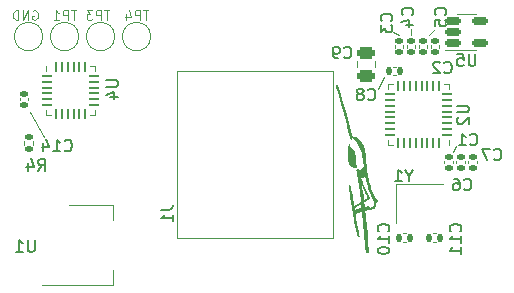
<source format=gbo>
%TF.GenerationSoftware,KiCad,Pcbnew,6.0.5-a6ca702e91~116~ubuntu21.10.1*%
%TF.CreationDate,2022-05-27T18:53:49+10:00*%
%TF.ProjectId,FlarmDisplay,466c6172-6d44-4697-9370-6c61792e6b69,rev?*%
%TF.SameCoordinates,Original*%
%TF.FileFunction,Legend,Bot*%
%TF.FilePolarity,Positive*%
%FSLAX46Y46*%
G04 Gerber Fmt 4.6, Leading zero omitted, Abs format (unit mm)*
G04 Created by KiCad (PCBNEW 6.0.5-a6ca702e91~116~ubuntu21.10.1) date 2022-05-27 18:53:49*
%MOMM*%
%LPD*%
G01*
G04 APERTURE LIST*
G04 Aperture macros list*
%AMRoundRect*
0 Rectangle with rounded corners*
0 $1 Rounding radius*
0 $2 $3 $4 $5 $6 $7 $8 $9 X,Y pos of 4 corners*
0 Add a 4 corners polygon primitive as box body*
4,1,4,$2,$3,$4,$5,$6,$7,$8,$9,$2,$3,0*
0 Add four circle primitives for the rounded corners*
1,1,$1+$1,$2,$3*
1,1,$1+$1,$4,$5*
1,1,$1+$1,$6,$7*
1,1,$1+$1,$8,$9*
0 Add four rect primitives between the rounded corners*
20,1,$1+$1,$2,$3,$4,$5,0*
20,1,$1+$1,$4,$5,$6,$7,0*
20,1,$1+$1,$6,$7,$8,$9,0*
20,1,$1+$1,$8,$9,$2,$3,0*%
G04 Aperture macros list end*
%ADD10C,0.010000*%
%ADD11C,0.120000*%
%ADD12C,0.150000*%
%ADD13RoundRect,0.150000X-0.512500X-0.150000X0.512500X-0.150000X0.512500X0.150000X-0.512500X0.150000X0*%
%ADD14R,1.700000X1.700000*%
%ADD15O,1.700000X1.700000*%
%ADD16RoundRect,0.140000X-0.170000X0.140000X-0.170000X-0.140000X0.170000X-0.140000X0.170000X0.140000X0*%
%ADD17RoundRect,0.140000X0.170000X-0.140000X0.170000X0.140000X-0.170000X0.140000X-0.170000X-0.140000X0*%
%ADD18RoundRect,0.140000X0.140000X0.170000X-0.140000X0.170000X-0.140000X-0.170000X0.140000X-0.170000X0*%
%ADD19RoundRect,0.140000X-0.140000X-0.170000X0.140000X-0.170000X0.140000X0.170000X-0.140000X0.170000X0*%
%ADD20RoundRect,0.135000X-0.185000X0.135000X-0.185000X-0.135000X0.185000X-0.135000X0.185000X0.135000X0*%
%ADD21C,2.000000*%
%ADD22R,2.000000X1.500000*%
%ADD23R,2.000000X3.800000*%
%ADD24RoundRect,0.062500X-0.062500X0.325000X-0.062500X-0.325000X0.062500X-0.325000X0.062500X0.325000X0*%
%ADD25RoundRect,0.062500X-0.325000X0.062500X-0.325000X-0.062500X0.325000X-0.062500X0.325000X0.062500X0*%
%ADD26R,2.450000X2.450000*%
%ADD27RoundRect,0.250000X0.475000X-0.250000X0.475000X0.250000X-0.475000X0.250000X-0.475000X-0.250000X0*%
%ADD28RoundRect,0.062500X0.062500X-0.375000X0.062500X0.375000X-0.062500X0.375000X-0.062500X-0.375000X0*%
%ADD29RoundRect,0.062500X0.375000X-0.062500X0.375000X0.062500X-0.375000X0.062500X-0.375000X-0.062500X0*%
%ADD30R,3.450000X3.450000*%
%ADD31R,1.400000X1.200000*%
%ADD32R,0.700000X3.400000*%
%ADD33R,3.150000X2.800000*%
G04 APERTURE END LIST*
D10*
G36*
X108457531Y-117612546D02*
G01*
X108653245Y-118304872D01*
X108928932Y-119307065D01*
X109392195Y-121007852D01*
X109492522Y-121382273D01*
X109522863Y-121499239D01*
X109533795Y-121545838D01*
X109533513Y-121547546D01*
X109532843Y-121549878D01*
X109531806Y-121552793D01*
X109530421Y-121556250D01*
X109528709Y-121560209D01*
X109526691Y-121564629D01*
X109521814Y-121574688D01*
X109515955Y-121586103D01*
X109509275Y-121598546D01*
X109501939Y-121611694D01*
X109494107Y-121625220D01*
X109486112Y-121638475D01*
X109478305Y-121650845D01*
X109470882Y-121662059D01*
X109464039Y-121671845D01*
X109457971Y-121679934D01*
X109452875Y-121686053D01*
X109450753Y-121688289D01*
X109448947Y-121689932D01*
X109447481Y-121690947D01*
X109446884Y-121691208D01*
X109446381Y-121691300D01*
X109444577Y-121687856D01*
X109441047Y-121677731D01*
X109429184Y-121638803D01*
X109388881Y-121495794D01*
X109331487Y-121284114D01*
X109263020Y-121025605D01*
X109024964Y-120127301D01*
X108789008Y-119256031D01*
X108559989Y-118429453D01*
X108342741Y-117665227D01*
X108291844Y-117486708D01*
X108250164Y-117336577D01*
X108222002Y-117230606D01*
X108214334Y-117199109D01*
X108211659Y-117184567D01*
X108211713Y-117182912D01*
X108211877Y-117181313D01*
X108212150Y-117179770D01*
X108212534Y-117178284D01*
X108213029Y-117176853D01*
X108213635Y-117175478D01*
X108214353Y-117174158D01*
X108215184Y-117172893D01*
X108216129Y-117171682D01*
X108217187Y-117170526D01*
X108218360Y-117169425D01*
X108219648Y-117168377D01*
X108221051Y-117167383D01*
X108222571Y-117166443D01*
X108224208Y-117165555D01*
X108225962Y-117164721D01*
X108227834Y-117163939D01*
X108229825Y-117163209D01*
X108231936Y-117162532D01*
X108234166Y-117161906D01*
X108236516Y-117161332D01*
X108238988Y-117160809D01*
X108241581Y-117160337D01*
X108244296Y-117159916D01*
X108247134Y-117159546D01*
X108250096Y-117159226D01*
X108253182Y-117158955D01*
X108256392Y-117158735D01*
X108259727Y-117158564D01*
X108263188Y-117158442D01*
X108270490Y-117158345D01*
X108329321Y-117158345D01*
X108457531Y-117612546D01*
G37*
X108457531Y-117612546D02*
X108653245Y-118304872D01*
X108928932Y-119307065D01*
X109392195Y-121007852D01*
X109492522Y-121382273D01*
X109522863Y-121499239D01*
X109533795Y-121545838D01*
X109533513Y-121547546D01*
X109532843Y-121549878D01*
X109531806Y-121552793D01*
X109530421Y-121556250D01*
X109528709Y-121560209D01*
X109526691Y-121564629D01*
X109521814Y-121574688D01*
X109515955Y-121586103D01*
X109509275Y-121598546D01*
X109501939Y-121611694D01*
X109494107Y-121625220D01*
X109486112Y-121638475D01*
X109478305Y-121650845D01*
X109470882Y-121662059D01*
X109464039Y-121671845D01*
X109457971Y-121679934D01*
X109452875Y-121686053D01*
X109450753Y-121688289D01*
X109448947Y-121689932D01*
X109447481Y-121690947D01*
X109446884Y-121691208D01*
X109446381Y-121691300D01*
X109444577Y-121687856D01*
X109441047Y-121677731D01*
X109429184Y-121638803D01*
X109388881Y-121495794D01*
X109331487Y-121284114D01*
X109263020Y-121025605D01*
X109024964Y-120127301D01*
X108789008Y-119256031D01*
X108559989Y-118429453D01*
X108342741Y-117665227D01*
X108291844Y-117486708D01*
X108250164Y-117336577D01*
X108222002Y-117230606D01*
X108214334Y-117199109D01*
X108211659Y-117184567D01*
X108211713Y-117182912D01*
X108211877Y-117181313D01*
X108212150Y-117179770D01*
X108212534Y-117178284D01*
X108213029Y-117176853D01*
X108213635Y-117175478D01*
X108214353Y-117174158D01*
X108215184Y-117172893D01*
X108216129Y-117171682D01*
X108217187Y-117170526D01*
X108218360Y-117169425D01*
X108219648Y-117168377D01*
X108221051Y-117167383D01*
X108222571Y-117166443D01*
X108224208Y-117165555D01*
X108225962Y-117164721D01*
X108227834Y-117163939D01*
X108229825Y-117163209D01*
X108231936Y-117162532D01*
X108234166Y-117161906D01*
X108236516Y-117161332D01*
X108238988Y-117160809D01*
X108241581Y-117160337D01*
X108244296Y-117159916D01*
X108247134Y-117159546D01*
X108250096Y-117159226D01*
X108253182Y-117158955D01*
X108256392Y-117158735D01*
X108259727Y-117158564D01*
X108263188Y-117158442D01*
X108270490Y-117158345D01*
X108329321Y-117158345D01*
X108457531Y-117612546D01*
G36*
X109423726Y-123902405D02*
G01*
X109410595Y-123886881D01*
X109397822Y-123870735D01*
X109385412Y-123853974D01*
X109373368Y-123836606D01*
X109361697Y-123818639D01*
X109350401Y-123800079D01*
X109339487Y-123780936D01*
X109328958Y-123761216D01*
X109309074Y-123720079D01*
X109290786Y-123676730D01*
X109274131Y-123631231D01*
X109259146Y-123583643D01*
X109245866Y-123534029D01*
X109240688Y-123510883D01*
X109332779Y-123510883D01*
X109332865Y-123514344D01*
X109333144Y-123517973D01*
X109333619Y-123521796D01*
X109334289Y-123525834D01*
X109335157Y-123530111D01*
X109336222Y-123534650D01*
X109337488Y-123539475D01*
X109338954Y-123544608D01*
X109340622Y-123550073D01*
X109344568Y-123562091D01*
X109349337Y-123575713D01*
X109354937Y-123591127D01*
X109361378Y-123608517D01*
X109378136Y-123652625D01*
X109385421Y-123670793D01*
X109392141Y-123686565D01*
X109398416Y-123700087D01*
X109404369Y-123711503D01*
X109410120Y-123720960D01*
X109415793Y-123728604D01*
X109418638Y-123731791D01*
X109421509Y-123734579D01*
X109424421Y-123736987D01*
X109427389Y-123739033D01*
X109430429Y-123740734D01*
X109433556Y-123742110D01*
X109436785Y-123743178D01*
X109440131Y-123743956D01*
X109447236Y-123744717D01*
X109454994Y-123744539D01*
X109463525Y-123743567D01*
X109472951Y-123741947D01*
X109478980Y-123740469D01*
X109484590Y-123738432D01*
X109489782Y-123735854D01*
X109494557Y-123732752D01*
X109498915Y-123729145D01*
X109502858Y-123725049D01*
X109506386Y-123720484D01*
X109509500Y-123715465D01*
X109512202Y-123710013D01*
X109514491Y-123704143D01*
X109516368Y-123697874D01*
X109517835Y-123691224D01*
X109518892Y-123684210D01*
X109519540Y-123676850D01*
X109519780Y-123669163D01*
X109519612Y-123661164D01*
X109519038Y-123652874D01*
X109518058Y-123644308D01*
X109516673Y-123635485D01*
X109514884Y-123626423D01*
X109512691Y-123617140D01*
X109510096Y-123607653D01*
X109507099Y-123597979D01*
X109503701Y-123588138D01*
X109499903Y-123578146D01*
X109495706Y-123568021D01*
X109491110Y-123557781D01*
X109486116Y-123547444D01*
X109480726Y-123537028D01*
X109474939Y-123526550D01*
X109468757Y-123516028D01*
X109462181Y-123505480D01*
X109462181Y-123505479D01*
X109450950Y-123488350D01*
X109440022Y-123472392D01*
X109429670Y-123457952D01*
X109420164Y-123445379D01*
X109411777Y-123435020D01*
X109408087Y-123430779D01*
X109404779Y-123427223D01*
X109401885Y-123424394D01*
X109399441Y-123422335D01*
X109397480Y-123421091D01*
X109396691Y-123420788D01*
X109396035Y-123420705D01*
X109395411Y-123420789D01*
X109394716Y-123420981D01*
X109393951Y-123421279D01*
X109393120Y-123421680D01*
X109392225Y-123422181D01*
X109391270Y-123422779D01*
X109389187Y-123424258D01*
X109386892Y-123426093D01*
X109384409Y-123428263D01*
X109381757Y-123430746D01*
X109378959Y-123433520D01*
X109376036Y-123436563D01*
X109373010Y-123439853D01*
X109369903Y-123443368D01*
X109366735Y-123447086D01*
X109363530Y-123450985D01*
X109360307Y-123455043D01*
X109357089Y-123459239D01*
X109353898Y-123463550D01*
X109348727Y-123470772D01*
X109344263Y-123477374D01*
X109342299Y-123480501D01*
X109340515Y-123483542D01*
X109338914Y-123486520D01*
X109337494Y-123489459D01*
X109336259Y-123492382D01*
X109335209Y-123495313D01*
X109334346Y-123498274D01*
X109333670Y-123501288D01*
X109333182Y-123504379D01*
X109332885Y-123507570D01*
X109332779Y-123510883D01*
X109240688Y-123510883D01*
X109234328Y-123482451D01*
X109224569Y-123428970D01*
X109218447Y-123385100D01*
X109213365Y-123335569D01*
X109206268Y-123222084D01*
X109203180Y-123093630D01*
X109204002Y-122955324D01*
X109208634Y-122812283D01*
X109216977Y-122669623D01*
X109228933Y-122532462D01*
X109244401Y-122405915D01*
X109255420Y-122334627D01*
X109266247Y-122274354D01*
X109276493Y-122226324D01*
X109281277Y-122207283D01*
X109285771Y-122191763D01*
X109289926Y-122179918D01*
X109293693Y-122171900D01*
X109297024Y-122167864D01*
X109298511Y-122167386D01*
X109299871Y-122167962D01*
X109301097Y-122169609D01*
X109302184Y-122172348D01*
X109303917Y-122181176D01*
X109305019Y-122194598D01*
X109305442Y-122212769D01*
X109305912Y-122225250D01*
X109307225Y-122238154D01*
X109309359Y-122251451D01*
X109312293Y-122265109D01*
X109320469Y-122293385D01*
X109331577Y-122322733D01*
X109345440Y-122352907D01*
X109361883Y-122383656D01*
X109380727Y-122414733D01*
X109401797Y-122445889D01*
X109424915Y-122476877D01*
X109449906Y-122507447D01*
X109476592Y-122537351D01*
X109504798Y-122566341D01*
X109534346Y-122594168D01*
X109565060Y-122620585D01*
X109596763Y-122645343D01*
X109629279Y-122668193D01*
X109720553Y-122728777D01*
X109787403Y-123317000D01*
X109838847Y-123772416D01*
X109863451Y-124007478D01*
X109867728Y-124065152D01*
X109867743Y-124095068D01*
X109866407Y-124102464D01*
X109864311Y-124106337D01*
X109858249Y-124108069D01*
X109858249Y-124108067D01*
X109848978Y-124107431D01*
X109836735Y-124105602D01*
X109821913Y-124102700D01*
X109804908Y-124098844D01*
X109765917Y-124088749D01*
X109722912Y-124076274D01*
X109679041Y-124062373D01*
X109637453Y-124048005D01*
X109601298Y-124034123D01*
X109586242Y-124027664D01*
X109573725Y-124021685D01*
X109557264Y-124012815D01*
X109541116Y-124003244D01*
X109525285Y-123992981D01*
X109509776Y-123982034D01*
X109494592Y-123970409D01*
X109479740Y-123958116D01*
X109465222Y-123945161D01*
X109451044Y-123931552D01*
X109447236Y-123927628D01*
X109437211Y-123917297D01*
X109423726Y-123902405D01*
G37*
X109423726Y-123902405D02*
X109410595Y-123886881D01*
X109397822Y-123870735D01*
X109385412Y-123853974D01*
X109373368Y-123836606D01*
X109361697Y-123818639D01*
X109350401Y-123800079D01*
X109339487Y-123780936D01*
X109328958Y-123761216D01*
X109309074Y-123720079D01*
X109290786Y-123676730D01*
X109274131Y-123631231D01*
X109259146Y-123583643D01*
X109245866Y-123534029D01*
X109240688Y-123510883D01*
X109332779Y-123510883D01*
X109332865Y-123514344D01*
X109333144Y-123517973D01*
X109333619Y-123521796D01*
X109334289Y-123525834D01*
X109335157Y-123530111D01*
X109336222Y-123534650D01*
X109337488Y-123539475D01*
X109338954Y-123544608D01*
X109340622Y-123550073D01*
X109344568Y-123562091D01*
X109349337Y-123575713D01*
X109354937Y-123591127D01*
X109361378Y-123608517D01*
X109378136Y-123652625D01*
X109385421Y-123670793D01*
X109392141Y-123686565D01*
X109398416Y-123700087D01*
X109404369Y-123711503D01*
X109410120Y-123720960D01*
X109415793Y-123728604D01*
X109418638Y-123731791D01*
X109421509Y-123734579D01*
X109424421Y-123736987D01*
X109427389Y-123739033D01*
X109430429Y-123740734D01*
X109433556Y-123742110D01*
X109436785Y-123743178D01*
X109440131Y-123743956D01*
X109447236Y-123744717D01*
X109454994Y-123744539D01*
X109463525Y-123743567D01*
X109472951Y-123741947D01*
X109478980Y-123740469D01*
X109484590Y-123738432D01*
X109489782Y-123735854D01*
X109494557Y-123732752D01*
X109498915Y-123729145D01*
X109502858Y-123725049D01*
X109506386Y-123720484D01*
X109509500Y-123715465D01*
X109512202Y-123710013D01*
X109514491Y-123704143D01*
X109516368Y-123697874D01*
X109517835Y-123691224D01*
X109518892Y-123684210D01*
X109519540Y-123676850D01*
X109519780Y-123669163D01*
X109519612Y-123661164D01*
X109519038Y-123652874D01*
X109518058Y-123644308D01*
X109516673Y-123635485D01*
X109514884Y-123626423D01*
X109512691Y-123617140D01*
X109510096Y-123607653D01*
X109507099Y-123597979D01*
X109503701Y-123588138D01*
X109499903Y-123578146D01*
X109495706Y-123568021D01*
X109491110Y-123557781D01*
X109486116Y-123547444D01*
X109480726Y-123537028D01*
X109474939Y-123526550D01*
X109468757Y-123516028D01*
X109462181Y-123505480D01*
X109462181Y-123505479D01*
X109450950Y-123488350D01*
X109440022Y-123472392D01*
X109429670Y-123457952D01*
X109420164Y-123445379D01*
X109411777Y-123435020D01*
X109408087Y-123430779D01*
X109404779Y-123427223D01*
X109401885Y-123424394D01*
X109399441Y-123422335D01*
X109397480Y-123421091D01*
X109396691Y-123420788D01*
X109396035Y-123420705D01*
X109395411Y-123420789D01*
X109394716Y-123420981D01*
X109393951Y-123421279D01*
X109393120Y-123421680D01*
X109392225Y-123422181D01*
X109391270Y-123422779D01*
X109389187Y-123424258D01*
X109386892Y-123426093D01*
X109384409Y-123428263D01*
X109381757Y-123430746D01*
X109378959Y-123433520D01*
X109376036Y-123436563D01*
X109373010Y-123439853D01*
X109369903Y-123443368D01*
X109366735Y-123447086D01*
X109363530Y-123450985D01*
X109360307Y-123455043D01*
X109357089Y-123459239D01*
X109353898Y-123463550D01*
X109348727Y-123470772D01*
X109344263Y-123477374D01*
X109342299Y-123480501D01*
X109340515Y-123483542D01*
X109338914Y-123486520D01*
X109337494Y-123489459D01*
X109336259Y-123492382D01*
X109335209Y-123495313D01*
X109334346Y-123498274D01*
X109333670Y-123501288D01*
X109333182Y-123504379D01*
X109332885Y-123507570D01*
X109332779Y-123510883D01*
X109240688Y-123510883D01*
X109234328Y-123482451D01*
X109224569Y-123428970D01*
X109218447Y-123385100D01*
X109213365Y-123335569D01*
X109206268Y-123222084D01*
X109203180Y-123093630D01*
X109204002Y-122955324D01*
X109208634Y-122812283D01*
X109216977Y-122669623D01*
X109228933Y-122532462D01*
X109244401Y-122405915D01*
X109255420Y-122334627D01*
X109266247Y-122274354D01*
X109276493Y-122226324D01*
X109281277Y-122207283D01*
X109285771Y-122191763D01*
X109289926Y-122179918D01*
X109293693Y-122171900D01*
X109297024Y-122167864D01*
X109298511Y-122167386D01*
X109299871Y-122167962D01*
X109301097Y-122169609D01*
X109302184Y-122172348D01*
X109303917Y-122181176D01*
X109305019Y-122194598D01*
X109305442Y-122212769D01*
X109305912Y-122225250D01*
X109307225Y-122238154D01*
X109309359Y-122251451D01*
X109312293Y-122265109D01*
X109320469Y-122293385D01*
X109331577Y-122322733D01*
X109345440Y-122352907D01*
X109361883Y-122383656D01*
X109380727Y-122414733D01*
X109401797Y-122445889D01*
X109424915Y-122476877D01*
X109449906Y-122507447D01*
X109476592Y-122537351D01*
X109504798Y-122566341D01*
X109534346Y-122594168D01*
X109565060Y-122620585D01*
X109596763Y-122645343D01*
X109629279Y-122668193D01*
X109720553Y-122728777D01*
X109787403Y-123317000D01*
X109838847Y-123772416D01*
X109863451Y-124007478D01*
X109867728Y-124065152D01*
X109867743Y-124095068D01*
X109866407Y-124102464D01*
X109864311Y-124106337D01*
X109858249Y-124108069D01*
X109858249Y-124108067D01*
X109848978Y-124107431D01*
X109836735Y-124105602D01*
X109821913Y-124102700D01*
X109804908Y-124098844D01*
X109765917Y-124088749D01*
X109722912Y-124076274D01*
X109679041Y-124062373D01*
X109637453Y-124048005D01*
X109601298Y-124034123D01*
X109586242Y-124027664D01*
X109573725Y-124021685D01*
X109557264Y-124012815D01*
X109541116Y-124003244D01*
X109525285Y-123992981D01*
X109509776Y-123982034D01*
X109494592Y-123970409D01*
X109479740Y-123958116D01*
X109465222Y-123945161D01*
X109451044Y-123931552D01*
X109447236Y-123927628D01*
X109437211Y-123917297D01*
X109423726Y-123902405D01*
G36*
X109627338Y-128003250D02*
G01*
X109542791Y-127526774D01*
X109537816Y-127496389D01*
X109695063Y-127496389D01*
X109695224Y-127505819D01*
X109695996Y-127517743D01*
X109699088Y-127547217D01*
X109703775Y-127581101D01*
X109709494Y-127615682D01*
X109715680Y-127647247D01*
X109718772Y-127660739D01*
X109721769Y-127672085D01*
X109724600Y-127680821D01*
X109727195Y-127686484D01*
X109728191Y-127687720D01*
X109729556Y-127688800D01*
X109731296Y-127689721D01*
X109733415Y-127690484D01*
X109735919Y-127691087D01*
X109738813Y-127691530D01*
X109742102Y-127691811D01*
X109745792Y-127691929D01*
X109754392Y-127691674D01*
X109764654Y-127690759D01*
X109776621Y-127689175D01*
X109790331Y-127686915D01*
X109805828Y-127683973D01*
X109823152Y-127680340D01*
X109842343Y-127676010D01*
X109863444Y-127670975D01*
X109886494Y-127665227D01*
X109911536Y-127658760D01*
X109938610Y-127651566D01*
X109967757Y-127643638D01*
X110216797Y-127574924D01*
X110290772Y-127553564D01*
X110338369Y-127538257D01*
X110353992Y-127532262D01*
X110365079Y-127527044D01*
X110372317Y-127522361D01*
X110376392Y-127517966D01*
X110377989Y-127513615D01*
X110377796Y-127509063D01*
X110374782Y-127498376D01*
X110372676Y-127488643D01*
X110369882Y-127472436D01*
X110366520Y-127450620D01*
X110362711Y-127424058D01*
X110354235Y-127360158D01*
X110345416Y-127287649D01*
X110340964Y-127251488D01*
X110336366Y-127217991D01*
X110331755Y-127187874D01*
X110327263Y-127161853D01*
X110323023Y-127140644D01*
X110319166Y-127124963D01*
X110317423Y-127119420D01*
X110315825Y-127115527D01*
X110314390Y-127113374D01*
X110313738Y-127112978D01*
X110313133Y-127113051D01*
X109696854Y-127486869D01*
X109696120Y-127487937D01*
X109695583Y-127489918D01*
X109695063Y-127496389D01*
X109537816Y-127496389D01*
X109468205Y-127071266D01*
X109405495Y-126647922D01*
X109356569Y-126267939D01*
X109323342Y-125942512D01*
X109308141Y-125766736D01*
X109297614Y-125653744D01*
X109296054Y-125636914D01*
X109295273Y-125623284D01*
X109295183Y-125617682D01*
X109295297Y-125612895D01*
X109295619Y-125608931D01*
X109296152Y-125605793D01*
X109296900Y-125603487D01*
X109297865Y-125602019D01*
X109298430Y-125601601D01*
X109299051Y-125601394D01*
X109299727Y-125601399D01*
X109300460Y-125601617D01*
X109302097Y-125602694D01*
X109303965Y-125604631D01*
X109306066Y-125607432D01*
X109308404Y-125611103D01*
X109310982Y-125615649D01*
X109313803Y-125621077D01*
X109320189Y-125634596D01*
X109327588Y-125651703D01*
X109336025Y-125672442D01*
X109345525Y-125696857D01*
X109356116Y-125724989D01*
X109367823Y-125756883D01*
X109380671Y-125792581D01*
X109390207Y-125820146D01*
X109399374Y-125848568D01*
X109408299Y-125878480D01*
X109417106Y-125910514D01*
X109425922Y-125945302D01*
X109434873Y-125983476D01*
X109453682Y-126072510D01*
X109474541Y-126182675D01*
X109498457Y-126319026D01*
X109526436Y-126486622D01*
X109559486Y-126690518D01*
X109643389Y-127202197D01*
X109670536Y-127359474D01*
X109682434Y-127419166D01*
X109683071Y-127419359D01*
X109684242Y-127419213D01*
X109688129Y-127417932D01*
X109693983Y-127415386D01*
X109701694Y-127411638D01*
X109722242Y-127400791D01*
X109748887Y-127385894D01*
X109780740Y-127367455D01*
X109816916Y-127345978D01*
X109856527Y-127321968D01*
X109898686Y-127295932D01*
X110076047Y-127186163D01*
X110208763Y-127105271D01*
X110220184Y-127098304D01*
X110231027Y-127091406D01*
X110241272Y-127084598D01*
X110250897Y-127077898D01*
X110259880Y-127071326D01*
X110268200Y-127064902D01*
X110275835Y-127058646D01*
X110282763Y-127052576D01*
X110288964Y-127046713D01*
X110294416Y-127041075D01*
X110299097Y-127035683D01*
X110302985Y-127030556D01*
X110306060Y-127025714D01*
X110308299Y-127021175D01*
X110309682Y-127016960D01*
X110310045Y-127014981D01*
X110310186Y-127013089D01*
X110289461Y-126823688D01*
X110237560Y-126395337D01*
X110113938Y-125418526D01*
X110302966Y-125418526D01*
X110303307Y-125425056D01*
X110305652Y-125448935D01*
X110310038Y-125485891D01*
X110316252Y-125534307D01*
X110333310Y-125659049D01*
X110355123Y-125810220D01*
X110409877Y-126189315D01*
X110461097Y-126555825D01*
X110489715Y-126760940D01*
X110499779Y-126823524D01*
X110504180Y-126846491D01*
X110508324Y-126864545D01*
X110512333Y-126878163D01*
X110516330Y-126887821D01*
X110520439Y-126893996D01*
X110524781Y-126897166D01*
X110529481Y-126897807D01*
X110534659Y-126896396D01*
X110546946Y-126889327D01*
X110571111Y-126873967D01*
X110609448Y-126849919D01*
X110707562Y-126788938D01*
X110758472Y-126757094D01*
X110799614Y-126730436D01*
X110831906Y-126708212D01*
X110845021Y-126698527D01*
X110856267Y-126689669D01*
X110865760Y-126681543D01*
X110873615Y-126674055D01*
X110879946Y-126667112D01*
X110884869Y-126660618D01*
X110888498Y-126654481D01*
X110890948Y-126648606D01*
X110892333Y-126642899D01*
X110892770Y-126637265D01*
X110891616Y-126632565D01*
X110888231Y-126623365D01*
X110875221Y-126592446D01*
X110854654Y-126546471D01*
X110827441Y-126487398D01*
X110756727Y-126337801D01*
X110670375Y-126159339D01*
X110492833Y-125794729D01*
X110378277Y-125556982D01*
X110364165Y-125527500D01*
X110350789Y-125500245D01*
X110338456Y-125475794D01*
X110327474Y-125454727D01*
X110318151Y-125437622D01*
X110310795Y-125425059D01*
X110305713Y-125417616D01*
X110304122Y-125415995D01*
X110303580Y-125415742D01*
X110303214Y-125415872D01*
X110302966Y-125418526D01*
X110113938Y-125418526D01*
X110106585Y-125360428D01*
X110065556Y-125060733D01*
X110042949Y-124907088D01*
X110211932Y-124907088D01*
X110211952Y-124911069D01*
X110212674Y-124915714D01*
X110213986Y-124921059D01*
X110215775Y-124927139D01*
X110240291Y-124991113D01*
X110289543Y-125108124D01*
X110438624Y-125448163D01*
X110615755Y-125841064D01*
X110773672Y-126180636D01*
X110815535Y-126269280D01*
X110853333Y-126351339D01*
X110886622Y-126425755D01*
X110914954Y-126491469D01*
X110937884Y-126547422D01*
X110954966Y-126592556D01*
X110965754Y-126625813D01*
X110968648Y-126637657D01*
X110969801Y-126646134D01*
X110970082Y-126656471D01*
X110970056Y-126661259D01*
X110969869Y-126665838D01*
X110969483Y-126670243D01*
X110968862Y-126674506D01*
X110967968Y-126678661D01*
X110966762Y-126682742D01*
X110965209Y-126686782D01*
X110963270Y-126690814D01*
X110960908Y-126694874D01*
X110958086Y-126698993D01*
X110954765Y-126703206D01*
X110950909Y-126707547D01*
X110946480Y-126712048D01*
X110941441Y-126716743D01*
X110935754Y-126721667D01*
X110929382Y-126726852D01*
X110922287Y-126732332D01*
X110914432Y-126738141D01*
X110905780Y-126744312D01*
X110896292Y-126750879D01*
X110874662Y-126765336D01*
X110849242Y-126781779D01*
X110819733Y-126800478D01*
X110747249Y-126845716D01*
X110676597Y-126889867D01*
X110622503Y-126924573D01*
X110600981Y-126938983D01*
X110582775Y-126951749D01*
X110567614Y-126963111D01*
X110555221Y-126973308D01*
X110545325Y-126982580D01*
X110537650Y-126991166D01*
X110531923Y-126999305D01*
X110529481Y-127004084D01*
X110527869Y-127007237D01*
X110525215Y-127015201D01*
X110523687Y-127023436D01*
X110523011Y-127032181D01*
X110522912Y-127041677D01*
X110525126Y-127079145D01*
X110530623Y-127135762D01*
X110547637Y-127277260D01*
X110557241Y-127347549D01*
X110566300Y-127407803D01*
X110573858Y-127450727D01*
X110576775Y-127463410D01*
X110578958Y-127469024D01*
X110579509Y-127469312D01*
X110580462Y-127469483D01*
X110583530Y-127469488D01*
X110588078Y-127469057D01*
X110594022Y-127468208D01*
X110609760Y-127465334D01*
X110630069Y-127461017D01*
X110654273Y-127455406D01*
X110681698Y-127448654D01*
X110711669Y-127440909D01*
X110743511Y-127432324D01*
X110806323Y-127415463D01*
X110860672Y-127401656D01*
X110900743Y-127392327D01*
X110913607Y-127389786D01*
X110920722Y-127388900D01*
X110921744Y-127388995D01*
X110922809Y-127389276D01*
X110923914Y-127389738D01*
X110925058Y-127390377D01*
X110926236Y-127391189D01*
X110927448Y-127392168D01*
X110928689Y-127393310D01*
X110929958Y-127394611D01*
X110931252Y-127396065D01*
X110932567Y-127397668D01*
X110933903Y-127399416D01*
X110935255Y-127401303D01*
X110937999Y-127405479D01*
X110940779Y-127410159D01*
X110943574Y-127415305D01*
X110946363Y-127420880D01*
X110949124Y-127426848D01*
X110951837Y-127433170D01*
X110954481Y-127439811D01*
X110957034Y-127446733D01*
X110959476Y-127453898D01*
X110961785Y-127461271D01*
X110983468Y-127533641D01*
X111066001Y-127522095D01*
X111113573Y-127514408D01*
X111160601Y-127504860D01*
X111205967Y-127493799D01*
X111248552Y-127481573D01*
X111287237Y-127468530D01*
X111304768Y-127461810D01*
X111320905Y-127455017D01*
X111335508Y-127448193D01*
X111348437Y-127441382D01*
X111359552Y-127434627D01*
X111368714Y-127427972D01*
X111373286Y-127423968D01*
X111377781Y-127419431D01*
X111382194Y-127414376D01*
X111386520Y-127408818D01*
X111394899Y-127396253D01*
X111402884Y-127381857D01*
X111410442Y-127365749D01*
X111417541Y-127348050D01*
X111424147Y-127328878D01*
X111430228Y-127308353D01*
X111435752Y-127286597D01*
X111440684Y-127263727D01*
X111444992Y-127239865D01*
X111448643Y-127215130D01*
X111451605Y-127189641D01*
X111453845Y-127163520D01*
X111455328Y-127136884D01*
X111456024Y-127109855D01*
X111455970Y-127076736D01*
X111455542Y-127062266D01*
X111454786Y-127048965D01*
X111453653Y-127036667D01*
X111452098Y-127025204D01*
X111450074Y-127014408D01*
X111447535Y-127004113D01*
X111444433Y-126994150D01*
X111440723Y-126984353D01*
X111436357Y-126974555D01*
X111431289Y-126964587D01*
X111425472Y-126954282D01*
X111418860Y-126943474D01*
X111411407Y-126931995D01*
X111403064Y-126919676D01*
X111403064Y-126919677D01*
X111387202Y-126895215D01*
X111369028Y-126864716D01*
X111327025Y-126788299D01*
X111279617Y-126695808D01*
X111229369Y-126592626D01*
X111178841Y-126484136D01*
X111130596Y-126375719D01*
X111087198Y-126272758D01*
X111051209Y-126180636D01*
X111000028Y-126029753D01*
X110941578Y-125837353D01*
X110880198Y-125620210D01*
X110820227Y-125395097D01*
X110766004Y-125178787D01*
X110721869Y-124988055D01*
X110692160Y-124839674D01*
X110684072Y-124786606D01*
X110681217Y-124750416D01*
X110680969Y-124735635D01*
X110680272Y-124722831D01*
X110679747Y-124717172D01*
X110679101Y-124712007D01*
X110678330Y-124707336D01*
X110677430Y-124703161D01*
X110676399Y-124699480D01*
X110675234Y-124696295D01*
X110673930Y-124693604D01*
X110672485Y-124691408D01*
X110670896Y-124689708D01*
X110669160Y-124688502D01*
X110667272Y-124687792D01*
X110665231Y-124687576D01*
X110663032Y-124687857D01*
X110660673Y-124688632D01*
X110658149Y-124689903D01*
X110655459Y-124691669D01*
X110652599Y-124693930D01*
X110649565Y-124696688D01*
X110646355Y-124699940D01*
X110642964Y-124703689D01*
X110639391Y-124707933D01*
X110635631Y-124712672D01*
X110627539Y-124723639D01*
X110618663Y-124736589D01*
X110608977Y-124751523D01*
X110602412Y-124761563D01*
X110595680Y-124771243D01*
X110588779Y-124780563D01*
X110581707Y-124789525D01*
X110574462Y-124798129D01*
X110567043Y-124806376D01*
X110559449Y-124814267D01*
X110551677Y-124821802D01*
X110543726Y-124828983D01*
X110535594Y-124835810D01*
X110527280Y-124842284D01*
X110518781Y-124848406D01*
X110510096Y-124854177D01*
X110501224Y-124859597D01*
X110492162Y-124864668D01*
X110482910Y-124869390D01*
X110473464Y-124873764D01*
X110463824Y-124877790D01*
X110453989Y-124881471D01*
X110443955Y-124884806D01*
X110433722Y-124887796D01*
X110423288Y-124890442D01*
X110412651Y-124892745D01*
X110401810Y-124894706D01*
X110390762Y-124896326D01*
X110379506Y-124897605D01*
X110368041Y-124898544D01*
X110356365Y-124899144D01*
X110344475Y-124899407D01*
X110332371Y-124899332D01*
X110307513Y-124898173D01*
X110275168Y-124895981D01*
X110261965Y-124895277D01*
X110250591Y-124894881D01*
X110240933Y-124894829D01*
X110232880Y-124895157D01*
X110226317Y-124895900D01*
X110221134Y-124897094D01*
X110219024Y-124897871D01*
X110217216Y-124898774D01*
X110215697Y-124899808D01*
X110214452Y-124900976D01*
X110213467Y-124902284D01*
X110212728Y-124903735D01*
X110212221Y-124905335D01*
X110211932Y-124907088D01*
X110042949Y-124907088D01*
X110022651Y-124769132D01*
X109983885Y-124525084D01*
X109955275Y-124368050D01*
X109949455Y-124339941D01*
X109947293Y-124328231D01*
X109945666Y-124317889D01*
X109944602Y-124308766D01*
X109944128Y-124300715D01*
X109944272Y-124293590D01*
X109944584Y-124290328D01*
X109945061Y-124287243D01*
X109945706Y-124284315D01*
X109946523Y-124281526D01*
X109947515Y-124278858D01*
X109948685Y-124276292D01*
X109950037Y-124273811D01*
X109951574Y-124271395D01*
X109955219Y-124266685D01*
X109959647Y-124262018D01*
X109964884Y-124257244D01*
X109970959Y-124252217D01*
X109977899Y-124246789D01*
X109988380Y-124238965D01*
X109998029Y-124232294D01*
X110006909Y-124226787D01*
X110011081Y-124224474D01*
X110015085Y-124222458D01*
X110018928Y-124220738D01*
X110022619Y-124219318D01*
X110026165Y-124218198D01*
X110029576Y-124217380D01*
X110032857Y-124216866D01*
X110036019Y-124216657D01*
X110039067Y-124216754D01*
X110042011Y-124217160D01*
X110044859Y-124217875D01*
X110047617Y-124218901D01*
X110050295Y-124220241D01*
X110052900Y-124221894D01*
X110055441Y-124223864D01*
X110057924Y-124226151D01*
X110060359Y-124228757D01*
X110062752Y-124231683D01*
X110065113Y-124234932D01*
X110067448Y-124238504D01*
X110069767Y-124242401D01*
X110072076Y-124246625D01*
X110076699Y-124256058D01*
X110081381Y-124266817D01*
X110085797Y-124276894D01*
X110088020Y-124281488D01*
X110090274Y-124285790D01*
X110092571Y-124289804D01*
X110094927Y-124293533D01*
X110097354Y-124296981D01*
X110099868Y-124300151D01*
X110102483Y-124303048D01*
X110105213Y-124305674D01*
X110108072Y-124308034D01*
X110111074Y-124310130D01*
X110114234Y-124311966D01*
X110117565Y-124313546D01*
X110121083Y-124314873D01*
X110124800Y-124315951D01*
X110128732Y-124316784D01*
X110132893Y-124317374D01*
X110137296Y-124317726D01*
X110141956Y-124317844D01*
X110146888Y-124317729D01*
X110152105Y-124317387D01*
X110157622Y-124316821D01*
X110163452Y-124316034D01*
X110169611Y-124315030D01*
X110176112Y-124313812D01*
X110190197Y-124310749D01*
X110205823Y-124306875D01*
X110223101Y-124302217D01*
X110242897Y-124296079D01*
X110262964Y-124288625D01*
X110283182Y-124279943D01*
X110303433Y-124270120D01*
X110323597Y-124259243D01*
X110343556Y-124247401D01*
X110363188Y-124234679D01*
X110382377Y-124221167D01*
X110401002Y-124206950D01*
X110418943Y-124192118D01*
X110436083Y-124176756D01*
X110452301Y-124160953D01*
X110467478Y-124144796D01*
X110481496Y-124128373D01*
X110494234Y-124111770D01*
X110505574Y-124095076D01*
X110524940Y-124064908D01*
X110528926Y-124058368D01*
X110532577Y-124052000D01*
X110535895Y-124045688D01*
X110538884Y-124039317D01*
X110541547Y-124032772D01*
X110543887Y-124025939D01*
X110545907Y-124018703D01*
X110547611Y-124010948D01*
X110549001Y-124002560D01*
X110550081Y-123993425D01*
X110550854Y-123983426D01*
X110551323Y-123972449D01*
X110551492Y-123960380D01*
X110551363Y-123947103D01*
X110550939Y-123932504D01*
X110550225Y-123916467D01*
X110547935Y-123879621D01*
X110544519Y-123835647D01*
X110540002Y-123783625D01*
X110534410Y-123722636D01*
X110520100Y-123570081D01*
X110503278Y-123423227D01*
X110480358Y-123273534D01*
X110452197Y-123124520D01*
X110419651Y-122979701D01*
X110383576Y-122842594D01*
X110344828Y-122716715D01*
X110324718Y-122659085D01*
X110304262Y-122605580D01*
X110283565Y-122556641D01*
X110262735Y-122512707D01*
X110231385Y-122455699D01*
X110180239Y-122368375D01*
X110038787Y-122135565D01*
X109878828Y-121879840D01*
X109804550Y-121763873D01*
X109740814Y-121666763D01*
X109635830Y-121509695D01*
X109727675Y-121520573D01*
X109752908Y-121524146D01*
X109777955Y-121528864D01*
X109802815Y-121534725D01*
X109827486Y-121541729D01*
X109851966Y-121549873D01*
X109876254Y-121559155D01*
X109900348Y-121569574D01*
X109924245Y-121581128D01*
X109947944Y-121593815D01*
X109971444Y-121607635D01*
X109994742Y-121622584D01*
X110017837Y-121638661D01*
X110063410Y-121674195D01*
X110108148Y-121714220D01*
X110152037Y-121758725D01*
X110195063Y-121807695D01*
X110237211Y-121861117D01*
X110278468Y-121918977D01*
X110318819Y-121981262D01*
X110358249Y-122047957D01*
X110396745Y-122119050D01*
X110434291Y-122194526D01*
X110460939Y-122252735D01*
X110485651Y-122311915D01*
X110508551Y-122372746D01*
X110529767Y-122435906D01*
X110549423Y-122502077D01*
X110567646Y-122571937D01*
X110584560Y-122646166D01*
X110600293Y-122725444D01*
X110614971Y-122810451D01*
X110628717Y-122901867D01*
X110641660Y-123000370D01*
X110653923Y-123106642D01*
X110665634Y-123221360D01*
X110676918Y-123345206D01*
X110698709Y-123622999D01*
X110724406Y-123964929D01*
X110748893Y-124248639D01*
X110774327Y-124488035D01*
X110802870Y-124697022D01*
X110836680Y-124889505D01*
X110877917Y-125079391D01*
X110928741Y-125280584D01*
X110991312Y-125506990D01*
X111055464Y-125723658D01*
X111118936Y-125918192D01*
X111183013Y-126093487D01*
X111215679Y-126174824D01*
X111248978Y-126252437D01*
X111283071Y-126326687D01*
X111318117Y-126397937D01*
X111354279Y-126466549D01*
X111391715Y-126532884D01*
X111430587Y-126597304D01*
X111471056Y-126660171D01*
X111513282Y-126721847D01*
X111557425Y-126782694D01*
X111593825Y-126832054D01*
X111623582Y-126873450D01*
X111635010Y-126889804D01*
X111643628Y-126902540D01*
X111649051Y-126911115D01*
X111650445Y-126913672D01*
X111650897Y-126914985D01*
X111650801Y-126915411D01*
X111650551Y-126916016D01*
X111649607Y-126917743D01*
X111648094Y-126920127D01*
X111646044Y-126923129D01*
X111640455Y-126930823D01*
X111633086Y-126940507D01*
X111624185Y-126951862D01*
X111613997Y-126964568D01*
X111602771Y-126978307D01*
X111590751Y-126992760D01*
X111581108Y-127004468D01*
X111572446Y-127015548D01*
X111564671Y-127026288D01*
X111557690Y-127036977D01*
X111554467Y-127042393D01*
X111551408Y-127047903D01*
X111548500Y-127053545D01*
X111545731Y-127059354D01*
X111543090Y-127065367D01*
X111540566Y-127071618D01*
X111538145Y-127078146D01*
X111535817Y-127084984D01*
X111531392Y-127099740D01*
X111527196Y-127116174D01*
X111523135Y-127134574D01*
X111519115Y-127155230D01*
X111515042Y-127178428D01*
X111510822Y-127204457D01*
X111501564Y-127266162D01*
X111495239Y-127307157D01*
X111488520Y-127346163D01*
X111481615Y-127382273D01*
X111474727Y-127414578D01*
X111468063Y-127442171D01*
X111461828Y-127464142D01*
X111458936Y-127472736D01*
X111456228Y-127479585D01*
X111453730Y-127484574D01*
X111451468Y-127487590D01*
X111448626Y-127489764D01*
X111444427Y-127492282D01*
X111438954Y-127495114D01*
X111432291Y-127498229D01*
X111424520Y-127501598D01*
X111415724Y-127505189D01*
X111395389Y-127512920D01*
X111371949Y-127521178D01*
X111346070Y-127529722D01*
X111318414Y-127538309D01*
X111289645Y-127546696D01*
X111097994Y-127602184D01*
X110983468Y-127636283D01*
X110876880Y-127668019D01*
X110693281Y-127724034D01*
X110614172Y-127750065D01*
X110613827Y-127752296D01*
X110613854Y-127757853D01*
X110614962Y-127778251D01*
X110617369Y-127809876D01*
X110620953Y-127851341D01*
X110631149Y-127958250D01*
X110644553Y-128087892D01*
X110682941Y-128475843D01*
X110725277Y-128941122D01*
X110805043Y-129840706D01*
X110839853Y-130232895D01*
X110874931Y-130643275D01*
X110902947Y-130966866D01*
X110913888Y-131084457D01*
X110920779Y-131150393D01*
X110931358Y-131234178D01*
X110834576Y-131234178D01*
X110809843Y-131233828D01*
X110798901Y-131233377D01*
X110788865Y-131232733D01*
X110779703Y-131231885D01*
X110771382Y-131230826D01*
X110763870Y-131229548D01*
X110757134Y-131228043D01*
X110751142Y-131226301D01*
X110745861Y-131224315D01*
X110741258Y-131222077D01*
X110737302Y-131219577D01*
X110733960Y-131216809D01*
X110731199Y-131213763D01*
X110728987Y-131210432D01*
X110727291Y-131206806D01*
X110726079Y-131202170D01*
X110724625Y-131194036D01*
X110721065Y-131168066D01*
X110716764Y-131130469D01*
X110711878Y-131082820D01*
X110700968Y-130963655D01*
X110689572Y-130823161D01*
X110583600Y-129519637D01*
X110534002Y-128959674D01*
X110496096Y-128570706D01*
X110449388Y-128141908D01*
X110433770Y-128007505D01*
X110421746Y-127915659D01*
X110412148Y-127858290D01*
X110403803Y-127827316D01*
X110399735Y-127819202D01*
X110395541Y-127814657D01*
X110391075Y-127812671D01*
X110386190Y-127812234D01*
X110372879Y-127814032D01*
X110349473Y-127819134D01*
X110278303Y-127837478D01*
X110184527Y-127863730D01*
X110079995Y-127894351D01*
X109976554Y-127925807D01*
X109886052Y-127954561D01*
X109820336Y-127977075D01*
X109800476Y-127984888D01*
X109791256Y-127989815D01*
X109790624Y-128013535D01*
X109796846Y-128072944D01*
X109826457Y-128279343D01*
X109930581Y-128906086D01*
X110049311Y-129558305D01*
X110097178Y-129796550D01*
X110128326Y-129924263D01*
X110128822Y-129925855D01*
X110129149Y-129927263D01*
X110129309Y-129928489D01*
X110129305Y-129929534D01*
X110129242Y-129929990D01*
X110129140Y-129930401D01*
X110128998Y-129930767D01*
X110128816Y-129931090D01*
X110128596Y-129931368D01*
X110128336Y-129931603D01*
X110128039Y-129931794D01*
X110127703Y-129931941D01*
X110127330Y-129932046D01*
X110126920Y-129932107D01*
X110125989Y-129932102D01*
X110124912Y-129931927D01*
X110123693Y-129931584D01*
X110122334Y-129931075D01*
X110120838Y-129930401D01*
X110119207Y-129929564D01*
X110117445Y-129928565D01*
X110115553Y-129927406D01*
X110113535Y-129926088D01*
X110111393Y-129924614D01*
X110109130Y-129922984D01*
X110106748Y-129921200D01*
X110104251Y-129919265D01*
X110098920Y-129914943D01*
X110093158Y-129910031D01*
X110086986Y-129904543D01*
X110080426Y-129898490D01*
X110073500Y-129891885D01*
X110062192Y-129880779D01*
X110057000Y-129875482D01*
X110052084Y-129870253D01*
X110047416Y-129865019D01*
X110042971Y-129859704D01*
X110038723Y-129854232D01*
X110034648Y-129848529D01*
X110030718Y-129842519D01*
X110026909Y-129836127D01*
X110023195Y-129829278D01*
X110019549Y-129821896D01*
X110015947Y-129813907D01*
X110012363Y-129805234D01*
X110008771Y-129795803D01*
X110005146Y-129785538D01*
X110001461Y-129774365D01*
X109997692Y-129762207D01*
X109993812Y-129748990D01*
X109989795Y-129734639D01*
X109981252Y-129702231D01*
X109971856Y-129664382D01*
X109961402Y-129620489D01*
X109949684Y-129569951D01*
X109921639Y-129446529D01*
X109818674Y-128974324D01*
X109745792Y-128616454D01*
X109719936Y-128489498D01*
X109627338Y-128003250D01*
G37*
X109627338Y-128003250D02*
X109542791Y-127526774D01*
X109537816Y-127496389D01*
X109695063Y-127496389D01*
X109695224Y-127505819D01*
X109695996Y-127517743D01*
X109699088Y-127547217D01*
X109703775Y-127581101D01*
X109709494Y-127615682D01*
X109715680Y-127647247D01*
X109718772Y-127660739D01*
X109721769Y-127672085D01*
X109724600Y-127680821D01*
X109727195Y-127686484D01*
X109728191Y-127687720D01*
X109729556Y-127688800D01*
X109731296Y-127689721D01*
X109733415Y-127690484D01*
X109735919Y-127691087D01*
X109738813Y-127691530D01*
X109742102Y-127691811D01*
X109745792Y-127691929D01*
X109754392Y-127691674D01*
X109764654Y-127690759D01*
X109776621Y-127689175D01*
X109790331Y-127686915D01*
X109805828Y-127683973D01*
X109823152Y-127680340D01*
X109842343Y-127676010D01*
X109863444Y-127670975D01*
X109886494Y-127665227D01*
X109911536Y-127658760D01*
X109938610Y-127651566D01*
X109967757Y-127643638D01*
X110216797Y-127574924D01*
X110290772Y-127553564D01*
X110338369Y-127538257D01*
X110353992Y-127532262D01*
X110365079Y-127527044D01*
X110372317Y-127522361D01*
X110376392Y-127517966D01*
X110377989Y-127513615D01*
X110377796Y-127509063D01*
X110374782Y-127498376D01*
X110372676Y-127488643D01*
X110369882Y-127472436D01*
X110366520Y-127450620D01*
X110362711Y-127424058D01*
X110354235Y-127360158D01*
X110345416Y-127287649D01*
X110340964Y-127251488D01*
X110336366Y-127217991D01*
X110331755Y-127187874D01*
X110327263Y-127161853D01*
X110323023Y-127140644D01*
X110319166Y-127124963D01*
X110317423Y-127119420D01*
X110315825Y-127115527D01*
X110314390Y-127113374D01*
X110313738Y-127112978D01*
X110313133Y-127113051D01*
X109696854Y-127486869D01*
X109696120Y-127487937D01*
X109695583Y-127489918D01*
X109695063Y-127496389D01*
X109537816Y-127496389D01*
X109468205Y-127071266D01*
X109405495Y-126647922D01*
X109356569Y-126267939D01*
X109323342Y-125942512D01*
X109308141Y-125766736D01*
X109297614Y-125653744D01*
X109296054Y-125636914D01*
X109295273Y-125623284D01*
X109295183Y-125617682D01*
X109295297Y-125612895D01*
X109295619Y-125608931D01*
X109296152Y-125605793D01*
X109296900Y-125603487D01*
X109297865Y-125602019D01*
X109298430Y-125601601D01*
X109299051Y-125601394D01*
X109299727Y-125601399D01*
X109300460Y-125601617D01*
X109302097Y-125602694D01*
X109303965Y-125604631D01*
X109306066Y-125607432D01*
X109308404Y-125611103D01*
X109310982Y-125615649D01*
X109313803Y-125621077D01*
X109320189Y-125634596D01*
X109327588Y-125651703D01*
X109336025Y-125672442D01*
X109345525Y-125696857D01*
X109356116Y-125724989D01*
X109367823Y-125756883D01*
X109380671Y-125792581D01*
X109390207Y-125820146D01*
X109399374Y-125848568D01*
X109408299Y-125878480D01*
X109417106Y-125910514D01*
X109425922Y-125945302D01*
X109434873Y-125983476D01*
X109453682Y-126072510D01*
X109474541Y-126182675D01*
X109498457Y-126319026D01*
X109526436Y-126486622D01*
X109559486Y-126690518D01*
X109643389Y-127202197D01*
X109670536Y-127359474D01*
X109682434Y-127419166D01*
X109683071Y-127419359D01*
X109684242Y-127419213D01*
X109688129Y-127417932D01*
X109693983Y-127415386D01*
X109701694Y-127411638D01*
X109722242Y-127400791D01*
X109748887Y-127385894D01*
X109780740Y-127367455D01*
X109816916Y-127345978D01*
X109856527Y-127321968D01*
X109898686Y-127295932D01*
X110076047Y-127186163D01*
X110208763Y-127105271D01*
X110220184Y-127098304D01*
X110231027Y-127091406D01*
X110241272Y-127084598D01*
X110250897Y-127077898D01*
X110259880Y-127071326D01*
X110268200Y-127064902D01*
X110275835Y-127058646D01*
X110282763Y-127052576D01*
X110288964Y-127046713D01*
X110294416Y-127041075D01*
X110299097Y-127035683D01*
X110302985Y-127030556D01*
X110306060Y-127025714D01*
X110308299Y-127021175D01*
X110309682Y-127016960D01*
X110310045Y-127014981D01*
X110310186Y-127013089D01*
X110289461Y-126823688D01*
X110237560Y-126395337D01*
X110113938Y-125418526D01*
X110302966Y-125418526D01*
X110303307Y-125425056D01*
X110305652Y-125448935D01*
X110310038Y-125485891D01*
X110316252Y-125534307D01*
X110333310Y-125659049D01*
X110355123Y-125810220D01*
X110409877Y-126189315D01*
X110461097Y-126555825D01*
X110489715Y-126760940D01*
X110499779Y-126823524D01*
X110504180Y-126846491D01*
X110508324Y-126864545D01*
X110512333Y-126878163D01*
X110516330Y-126887821D01*
X110520439Y-126893996D01*
X110524781Y-126897166D01*
X110529481Y-126897807D01*
X110534659Y-126896396D01*
X110546946Y-126889327D01*
X110571111Y-126873967D01*
X110609448Y-126849919D01*
X110707562Y-126788938D01*
X110758472Y-126757094D01*
X110799614Y-126730436D01*
X110831906Y-126708212D01*
X110845021Y-126698527D01*
X110856267Y-126689669D01*
X110865760Y-126681543D01*
X110873615Y-126674055D01*
X110879946Y-126667112D01*
X110884869Y-126660618D01*
X110888498Y-126654481D01*
X110890948Y-126648606D01*
X110892333Y-126642899D01*
X110892770Y-126637265D01*
X110891616Y-126632565D01*
X110888231Y-126623365D01*
X110875221Y-126592446D01*
X110854654Y-126546471D01*
X110827441Y-126487398D01*
X110756727Y-126337801D01*
X110670375Y-126159339D01*
X110492833Y-125794729D01*
X110378277Y-125556982D01*
X110364165Y-125527500D01*
X110350789Y-125500245D01*
X110338456Y-125475794D01*
X110327474Y-125454727D01*
X110318151Y-125437622D01*
X110310795Y-125425059D01*
X110305713Y-125417616D01*
X110304122Y-125415995D01*
X110303580Y-125415742D01*
X110303214Y-125415872D01*
X110302966Y-125418526D01*
X110113938Y-125418526D01*
X110106585Y-125360428D01*
X110065556Y-125060733D01*
X110042949Y-124907088D01*
X110211932Y-124907088D01*
X110211952Y-124911069D01*
X110212674Y-124915714D01*
X110213986Y-124921059D01*
X110215775Y-124927139D01*
X110240291Y-124991113D01*
X110289543Y-125108124D01*
X110438624Y-125448163D01*
X110615755Y-125841064D01*
X110773672Y-126180636D01*
X110815535Y-126269280D01*
X110853333Y-126351339D01*
X110886622Y-126425755D01*
X110914954Y-126491469D01*
X110937884Y-126547422D01*
X110954966Y-126592556D01*
X110965754Y-126625813D01*
X110968648Y-126637657D01*
X110969801Y-126646134D01*
X110970082Y-126656471D01*
X110970056Y-126661259D01*
X110969869Y-126665838D01*
X110969483Y-126670243D01*
X110968862Y-126674506D01*
X110967968Y-126678661D01*
X110966762Y-126682742D01*
X110965209Y-126686782D01*
X110963270Y-126690814D01*
X110960908Y-126694874D01*
X110958086Y-126698993D01*
X110954765Y-126703206D01*
X110950909Y-126707547D01*
X110946480Y-126712048D01*
X110941441Y-126716743D01*
X110935754Y-126721667D01*
X110929382Y-126726852D01*
X110922287Y-126732332D01*
X110914432Y-126738141D01*
X110905780Y-126744312D01*
X110896292Y-126750879D01*
X110874662Y-126765336D01*
X110849242Y-126781779D01*
X110819733Y-126800478D01*
X110747249Y-126845716D01*
X110676597Y-126889867D01*
X110622503Y-126924573D01*
X110600981Y-126938983D01*
X110582775Y-126951749D01*
X110567614Y-126963111D01*
X110555221Y-126973308D01*
X110545325Y-126982580D01*
X110537650Y-126991166D01*
X110531923Y-126999305D01*
X110529481Y-127004084D01*
X110527869Y-127007237D01*
X110525215Y-127015201D01*
X110523687Y-127023436D01*
X110523011Y-127032181D01*
X110522912Y-127041677D01*
X110525126Y-127079145D01*
X110530623Y-127135762D01*
X110547637Y-127277260D01*
X110557241Y-127347549D01*
X110566300Y-127407803D01*
X110573858Y-127450727D01*
X110576775Y-127463410D01*
X110578958Y-127469024D01*
X110579509Y-127469312D01*
X110580462Y-127469483D01*
X110583530Y-127469488D01*
X110588078Y-127469057D01*
X110594022Y-127468208D01*
X110609760Y-127465334D01*
X110630069Y-127461017D01*
X110654273Y-127455406D01*
X110681698Y-127448654D01*
X110711669Y-127440909D01*
X110743511Y-127432324D01*
X110806323Y-127415463D01*
X110860672Y-127401656D01*
X110900743Y-127392327D01*
X110913607Y-127389786D01*
X110920722Y-127388900D01*
X110921744Y-127388995D01*
X110922809Y-127389276D01*
X110923914Y-127389738D01*
X110925058Y-127390377D01*
X110926236Y-127391189D01*
X110927448Y-127392168D01*
X110928689Y-127393310D01*
X110929958Y-127394611D01*
X110931252Y-127396065D01*
X110932567Y-127397668D01*
X110933903Y-127399416D01*
X110935255Y-127401303D01*
X110937999Y-127405479D01*
X110940779Y-127410159D01*
X110943574Y-127415305D01*
X110946363Y-127420880D01*
X110949124Y-127426848D01*
X110951837Y-127433170D01*
X110954481Y-127439811D01*
X110957034Y-127446733D01*
X110959476Y-127453898D01*
X110961785Y-127461271D01*
X110983468Y-127533641D01*
X111066001Y-127522095D01*
X111113573Y-127514408D01*
X111160601Y-127504860D01*
X111205967Y-127493799D01*
X111248552Y-127481573D01*
X111287237Y-127468530D01*
X111304768Y-127461810D01*
X111320905Y-127455017D01*
X111335508Y-127448193D01*
X111348437Y-127441382D01*
X111359552Y-127434627D01*
X111368714Y-127427972D01*
X111373286Y-127423968D01*
X111377781Y-127419431D01*
X111382194Y-127414376D01*
X111386520Y-127408818D01*
X111394899Y-127396253D01*
X111402884Y-127381857D01*
X111410442Y-127365749D01*
X111417541Y-127348050D01*
X111424147Y-127328878D01*
X111430228Y-127308353D01*
X111435752Y-127286597D01*
X111440684Y-127263727D01*
X111444992Y-127239865D01*
X111448643Y-127215130D01*
X111451605Y-127189641D01*
X111453845Y-127163520D01*
X111455328Y-127136884D01*
X111456024Y-127109855D01*
X111455970Y-127076736D01*
X111455542Y-127062266D01*
X111454786Y-127048965D01*
X111453653Y-127036667D01*
X111452098Y-127025204D01*
X111450074Y-127014408D01*
X111447535Y-127004113D01*
X111444433Y-126994150D01*
X111440723Y-126984353D01*
X111436357Y-126974555D01*
X111431289Y-126964587D01*
X111425472Y-126954282D01*
X111418860Y-126943474D01*
X111411407Y-126931995D01*
X111403064Y-126919676D01*
X111403064Y-126919677D01*
X111387202Y-126895215D01*
X111369028Y-126864716D01*
X111327025Y-126788299D01*
X111279617Y-126695808D01*
X111229369Y-126592626D01*
X111178841Y-126484136D01*
X111130596Y-126375719D01*
X111087198Y-126272758D01*
X111051209Y-126180636D01*
X111000028Y-126029753D01*
X110941578Y-125837353D01*
X110880198Y-125620210D01*
X110820227Y-125395097D01*
X110766004Y-125178787D01*
X110721869Y-124988055D01*
X110692160Y-124839674D01*
X110684072Y-124786606D01*
X110681217Y-124750416D01*
X110680969Y-124735635D01*
X110680272Y-124722831D01*
X110679747Y-124717172D01*
X110679101Y-124712007D01*
X110678330Y-124707336D01*
X110677430Y-124703161D01*
X110676399Y-124699480D01*
X110675234Y-124696295D01*
X110673930Y-124693604D01*
X110672485Y-124691408D01*
X110670896Y-124689708D01*
X110669160Y-124688502D01*
X110667272Y-124687792D01*
X110665231Y-124687576D01*
X110663032Y-124687857D01*
X110660673Y-124688632D01*
X110658149Y-124689903D01*
X110655459Y-124691669D01*
X110652599Y-124693930D01*
X110649565Y-124696688D01*
X110646355Y-124699940D01*
X110642964Y-124703689D01*
X110639391Y-124707933D01*
X110635631Y-124712672D01*
X110627539Y-124723639D01*
X110618663Y-124736589D01*
X110608977Y-124751523D01*
X110602412Y-124761563D01*
X110595680Y-124771243D01*
X110588779Y-124780563D01*
X110581707Y-124789525D01*
X110574462Y-124798129D01*
X110567043Y-124806376D01*
X110559449Y-124814267D01*
X110551677Y-124821802D01*
X110543726Y-124828983D01*
X110535594Y-124835810D01*
X110527280Y-124842284D01*
X110518781Y-124848406D01*
X110510096Y-124854177D01*
X110501224Y-124859597D01*
X110492162Y-124864668D01*
X110482910Y-124869390D01*
X110473464Y-124873764D01*
X110463824Y-124877790D01*
X110453989Y-124881471D01*
X110443955Y-124884806D01*
X110433722Y-124887796D01*
X110423288Y-124890442D01*
X110412651Y-124892745D01*
X110401810Y-124894706D01*
X110390762Y-124896326D01*
X110379506Y-124897605D01*
X110368041Y-124898544D01*
X110356365Y-124899144D01*
X110344475Y-124899407D01*
X110332371Y-124899332D01*
X110307513Y-124898173D01*
X110275168Y-124895981D01*
X110261965Y-124895277D01*
X110250591Y-124894881D01*
X110240933Y-124894829D01*
X110232880Y-124895157D01*
X110226317Y-124895900D01*
X110221134Y-124897094D01*
X110219024Y-124897871D01*
X110217216Y-124898774D01*
X110215697Y-124899808D01*
X110214452Y-124900976D01*
X110213467Y-124902284D01*
X110212728Y-124903735D01*
X110212221Y-124905335D01*
X110211932Y-124907088D01*
X110042949Y-124907088D01*
X110022651Y-124769132D01*
X109983885Y-124525084D01*
X109955275Y-124368050D01*
X109949455Y-124339941D01*
X109947293Y-124328231D01*
X109945666Y-124317889D01*
X109944602Y-124308766D01*
X109944128Y-124300715D01*
X109944272Y-124293590D01*
X109944584Y-124290328D01*
X109945061Y-124287243D01*
X109945706Y-124284315D01*
X109946523Y-124281526D01*
X109947515Y-124278858D01*
X109948685Y-124276292D01*
X109950037Y-124273811D01*
X109951574Y-124271395D01*
X109955219Y-124266685D01*
X109959647Y-124262018D01*
X109964884Y-124257244D01*
X109970959Y-124252217D01*
X109977899Y-124246789D01*
X109988380Y-124238965D01*
X109998029Y-124232294D01*
X110006909Y-124226787D01*
X110011081Y-124224474D01*
X110015085Y-124222458D01*
X110018928Y-124220738D01*
X110022619Y-124219318D01*
X110026165Y-124218198D01*
X110029576Y-124217380D01*
X110032857Y-124216866D01*
X110036019Y-124216657D01*
X110039067Y-124216754D01*
X110042011Y-124217160D01*
X110044859Y-124217875D01*
X110047617Y-124218901D01*
X110050295Y-124220241D01*
X110052900Y-124221894D01*
X110055441Y-124223864D01*
X110057924Y-124226151D01*
X110060359Y-124228757D01*
X110062752Y-124231683D01*
X110065113Y-124234932D01*
X110067448Y-124238504D01*
X110069767Y-124242401D01*
X110072076Y-124246625D01*
X110076699Y-124256058D01*
X110081381Y-124266817D01*
X110085797Y-124276894D01*
X110088020Y-124281488D01*
X110090274Y-124285790D01*
X110092571Y-124289804D01*
X110094927Y-124293533D01*
X110097354Y-124296981D01*
X110099868Y-124300151D01*
X110102483Y-124303048D01*
X110105213Y-124305674D01*
X110108072Y-124308034D01*
X110111074Y-124310130D01*
X110114234Y-124311966D01*
X110117565Y-124313546D01*
X110121083Y-124314873D01*
X110124800Y-124315951D01*
X110128732Y-124316784D01*
X110132893Y-124317374D01*
X110137296Y-124317726D01*
X110141956Y-124317844D01*
X110146888Y-124317729D01*
X110152105Y-124317387D01*
X110157622Y-124316821D01*
X110163452Y-124316034D01*
X110169611Y-124315030D01*
X110176112Y-124313812D01*
X110190197Y-124310749D01*
X110205823Y-124306875D01*
X110223101Y-124302217D01*
X110242897Y-124296079D01*
X110262964Y-124288625D01*
X110283182Y-124279943D01*
X110303433Y-124270120D01*
X110323597Y-124259243D01*
X110343556Y-124247401D01*
X110363188Y-124234679D01*
X110382377Y-124221167D01*
X110401002Y-124206950D01*
X110418943Y-124192118D01*
X110436083Y-124176756D01*
X110452301Y-124160953D01*
X110467478Y-124144796D01*
X110481496Y-124128373D01*
X110494234Y-124111770D01*
X110505574Y-124095076D01*
X110524940Y-124064908D01*
X110528926Y-124058368D01*
X110532577Y-124052000D01*
X110535895Y-124045688D01*
X110538884Y-124039317D01*
X110541547Y-124032772D01*
X110543887Y-124025939D01*
X110545907Y-124018703D01*
X110547611Y-124010948D01*
X110549001Y-124002560D01*
X110550081Y-123993425D01*
X110550854Y-123983426D01*
X110551323Y-123972449D01*
X110551492Y-123960380D01*
X110551363Y-123947103D01*
X110550939Y-123932504D01*
X110550225Y-123916467D01*
X110547935Y-123879621D01*
X110544519Y-123835647D01*
X110540002Y-123783625D01*
X110534410Y-123722636D01*
X110520100Y-123570081D01*
X110503278Y-123423227D01*
X110480358Y-123273534D01*
X110452197Y-123124520D01*
X110419651Y-122979701D01*
X110383576Y-122842594D01*
X110344828Y-122716715D01*
X110324718Y-122659085D01*
X110304262Y-122605580D01*
X110283565Y-122556641D01*
X110262735Y-122512707D01*
X110231385Y-122455699D01*
X110180239Y-122368375D01*
X110038787Y-122135565D01*
X109878828Y-121879840D01*
X109804550Y-121763873D01*
X109740814Y-121666763D01*
X109635830Y-121509695D01*
X109727675Y-121520573D01*
X109752908Y-121524146D01*
X109777955Y-121528864D01*
X109802815Y-121534725D01*
X109827486Y-121541729D01*
X109851966Y-121549873D01*
X109876254Y-121559155D01*
X109900348Y-121569574D01*
X109924245Y-121581128D01*
X109947944Y-121593815D01*
X109971444Y-121607635D01*
X109994742Y-121622584D01*
X110017837Y-121638661D01*
X110063410Y-121674195D01*
X110108148Y-121714220D01*
X110152037Y-121758725D01*
X110195063Y-121807695D01*
X110237211Y-121861117D01*
X110278468Y-121918977D01*
X110318819Y-121981262D01*
X110358249Y-122047957D01*
X110396745Y-122119050D01*
X110434291Y-122194526D01*
X110460939Y-122252735D01*
X110485651Y-122311915D01*
X110508551Y-122372746D01*
X110529767Y-122435906D01*
X110549423Y-122502077D01*
X110567646Y-122571937D01*
X110584560Y-122646166D01*
X110600293Y-122725444D01*
X110614971Y-122810451D01*
X110628717Y-122901867D01*
X110641660Y-123000370D01*
X110653923Y-123106642D01*
X110665634Y-123221360D01*
X110676918Y-123345206D01*
X110698709Y-123622999D01*
X110724406Y-123964929D01*
X110748893Y-124248639D01*
X110774327Y-124488035D01*
X110802870Y-124697022D01*
X110836680Y-124889505D01*
X110877917Y-125079391D01*
X110928741Y-125280584D01*
X110991312Y-125506990D01*
X111055464Y-125723658D01*
X111118936Y-125918192D01*
X111183013Y-126093487D01*
X111215679Y-126174824D01*
X111248978Y-126252437D01*
X111283071Y-126326687D01*
X111318117Y-126397937D01*
X111354279Y-126466549D01*
X111391715Y-126532884D01*
X111430587Y-126597304D01*
X111471056Y-126660171D01*
X111513282Y-126721847D01*
X111557425Y-126782694D01*
X111593825Y-126832054D01*
X111623582Y-126873450D01*
X111635010Y-126889804D01*
X111643628Y-126902540D01*
X111649051Y-126911115D01*
X111650445Y-126913672D01*
X111650897Y-126914985D01*
X111650801Y-126915411D01*
X111650551Y-126916016D01*
X111649607Y-126917743D01*
X111648094Y-126920127D01*
X111646044Y-126923129D01*
X111640455Y-126930823D01*
X111633086Y-126940507D01*
X111624185Y-126951862D01*
X111613997Y-126964568D01*
X111602771Y-126978307D01*
X111590751Y-126992760D01*
X111581108Y-127004468D01*
X111572446Y-127015548D01*
X111564671Y-127026288D01*
X111557690Y-127036977D01*
X111554467Y-127042393D01*
X111551408Y-127047903D01*
X111548500Y-127053545D01*
X111545731Y-127059354D01*
X111543090Y-127065367D01*
X111540566Y-127071618D01*
X111538145Y-127078146D01*
X111535817Y-127084984D01*
X111531392Y-127099740D01*
X111527196Y-127116174D01*
X111523135Y-127134574D01*
X111519115Y-127155230D01*
X111515042Y-127178428D01*
X111510822Y-127204457D01*
X111501564Y-127266162D01*
X111495239Y-127307157D01*
X111488520Y-127346163D01*
X111481615Y-127382273D01*
X111474727Y-127414578D01*
X111468063Y-127442171D01*
X111461828Y-127464142D01*
X111458936Y-127472736D01*
X111456228Y-127479585D01*
X111453730Y-127484574D01*
X111451468Y-127487590D01*
X111448626Y-127489764D01*
X111444427Y-127492282D01*
X111438954Y-127495114D01*
X111432291Y-127498229D01*
X111424520Y-127501598D01*
X111415724Y-127505189D01*
X111395389Y-127512920D01*
X111371949Y-127521178D01*
X111346070Y-127529722D01*
X111318414Y-127538309D01*
X111289645Y-127546696D01*
X111097994Y-127602184D01*
X110983468Y-127636283D01*
X110876880Y-127668019D01*
X110693281Y-127724034D01*
X110614172Y-127750065D01*
X110613827Y-127752296D01*
X110613854Y-127757853D01*
X110614962Y-127778251D01*
X110617369Y-127809876D01*
X110620953Y-127851341D01*
X110631149Y-127958250D01*
X110644553Y-128087892D01*
X110682941Y-128475843D01*
X110725277Y-128941122D01*
X110805043Y-129840706D01*
X110839853Y-130232895D01*
X110874931Y-130643275D01*
X110902947Y-130966866D01*
X110913888Y-131084457D01*
X110920779Y-131150393D01*
X110931358Y-131234178D01*
X110834576Y-131234178D01*
X110809843Y-131233828D01*
X110798901Y-131233377D01*
X110788865Y-131232733D01*
X110779703Y-131231885D01*
X110771382Y-131230826D01*
X110763870Y-131229548D01*
X110757134Y-131228043D01*
X110751142Y-131226301D01*
X110745861Y-131224315D01*
X110741258Y-131222077D01*
X110737302Y-131219577D01*
X110733960Y-131216809D01*
X110731199Y-131213763D01*
X110728987Y-131210432D01*
X110727291Y-131206806D01*
X110726079Y-131202170D01*
X110724625Y-131194036D01*
X110721065Y-131168066D01*
X110716764Y-131130469D01*
X110711878Y-131082820D01*
X110700968Y-130963655D01*
X110689572Y-130823161D01*
X110583600Y-129519637D01*
X110534002Y-128959674D01*
X110496096Y-128570706D01*
X110449388Y-128141908D01*
X110433770Y-128007505D01*
X110421746Y-127915659D01*
X110412148Y-127858290D01*
X110403803Y-127827316D01*
X110399735Y-127819202D01*
X110395541Y-127814657D01*
X110391075Y-127812671D01*
X110386190Y-127812234D01*
X110372879Y-127814032D01*
X110349473Y-127819134D01*
X110278303Y-127837478D01*
X110184527Y-127863730D01*
X110079995Y-127894351D01*
X109976554Y-127925807D01*
X109886052Y-127954561D01*
X109820336Y-127977075D01*
X109800476Y-127984888D01*
X109791256Y-127989815D01*
X109790624Y-128013535D01*
X109796846Y-128072944D01*
X109826457Y-128279343D01*
X109930581Y-128906086D01*
X110049311Y-129558305D01*
X110097178Y-129796550D01*
X110128326Y-129924263D01*
X110128822Y-129925855D01*
X110129149Y-129927263D01*
X110129309Y-129928489D01*
X110129305Y-129929534D01*
X110129242Y-129929990D01*
X110129140Y-129930401D01*
X110128998Y-129930767D01*
X110128816Y-129931090D01*
X110128596Y-129931368D01*
X110128336Y-129931603D01*
X110128039Y-129931794D01*
X110127703Y-129931941D01*
X110127330Y-129932046D01*
X110126920Y-129932107D01*
X110125989Y-129932102D01*
X110124912Y-129931927D01*
X110123693Y-129931584D01*
X110122334Y-129931075D01*
X110120838Y-129930401D01*
X110119207Y-129929564D01*
X110117445Y-129928565D01*
X110115553Y-129927406D01*
X110113535Y-129926088D01*
X110111393Y-129924614D01*
X110109130Y-129922984D01*
X110106748Y-129921200D01*
X110104251Y-129919265D01*
X110098920Y-129914943D01*
X110093158Y-129910031D01*
X110086986Y-129904543D01*
X110080426Y-129898490D01*
X110073500Y-129891885D01*
X110062192Y-129880779D01*
X110057000Y-129875482D01*
X110052084Y-129870253D01*
X110047416Y-129865019D01*
X110042971Y-129859704D01*
X110038723Y-129854232D01*
X110034648Y-129848529D01*
X110030718Y-129842519D01*
X110026909Y-129836127D01*
X110023195Y-129829278D01*
X110019549Y-129821896D01*
X110015947Y-129813907D01*
X110012363Y-129805234D01*
X110008771Y-129795803D01*
X110005146Y-129785538D01*
X110001461Y-129774365D01*
X109997692Y-129762207D01*
X109993812Y-129748990D01*
X109989795Y-129734639D01*
X109981252Y-129702231D01*
X109971856Y-129664382D01*
X109961402Y-129620489D01*
X109949684Y-129569951D01*
X109921639Y-129446529D01*
X109818674Y-128974324D01*
X109745792Y-128616454D01*
X109719936Y-128489498D01*
X109627338Y-128003250D01*
D11*
X113040000Y-112649000D02*
X113548000Y-112903000D01*
X114564000Y-112395000D02*
X114564000Y-112903000D01*
X111770000Y-117475000D02*
X112278000Y-116459000D01*
X116596000Y-112395000D02*
X116088000Y-112903000D01*
X118374000Y-122301000D02*
X118120000Y-122809000D01*
X83449000Y-121539000D02*
X82306000Y-119380000D01*
X82534523Y-110852000D02*
X82610714Y-110813904D01*
X82725000Y-110813904D01*
X82839285Y-110852000D01*
X82915476Y-110928190D01*
X82953571Y-111004380D01*
X82991666Y-111156761D01*
X82991666Y-111271047D01*
X82953571Y-111423428D01*
X82915476Y-111499619D01*
X82839285Y-111575809D01*
X82725000Y-111613904D01*
X82648809Y-111613904D01*
X82534523Y-111575809D01*
X82496428Y-111537714D01*
X82496428Y-111271047D01*
X82648809Y-111271047D01*
X82153571Y-111613904D02*
X82153571Y-110813904D01*
X81696428Y-111613904D01*
X81696428Y-110813904D01*
X81315476Y-111613904D02*
X81315476Y-110813904D01*
X81125000Y-110813904D01*
X81010714Y-110852000D01*
X80934523Y-110928190D01*
X80896428Y-111004380D01*
X80858333Y-111156761D01*
X80858333Y-111271047D01*
X80896428Y-111423428D01*
X80934523Y-111499619D01*
X81010714Y-111575809D01*
X81125000Y-111613904D01*
X81315476Y-111613904D01*
D12*
X120014904Y-114501380D02*
X120014904Y-115310904D01*
X119967285Y-115406142D01*
X119919666Y-115453761D01*
X119824428Y-115501380D01*
X119633952Y-115501380D01*
X119538714Y-115453761D01*
X119491095Y-115406142D01*
X119443476Y-115310904D01*
X119443476Y-114501380D01*
X118491095Y-114501380D02*
X118967285Y-114501380D01*
X119014904Y-114977571D01*
X118967285Y-114929952D01*
X118872047Y-114882333D01*
X118633952Y-114882333D01*
X118538714Y-114929952D01*
X118491095Y-114977571D01*
X118443476Y-115072809D01*
X118443476Y-115310904D01*
X118491095Y-115406142D01*
X118538714Y-115453761D01*
X118633952Y-115501380D01*
X118872047Y-115501380D01*
X118967285Y-115453761D01*
X119014904Y-115406142D01*
X119556666Y-122150142D02*
X119604285Y-122197761D01*
X119747142Y-122245380D01*
X119842380Y-122245380D01*
X119985238Y-122197761D01*
X120080476Y-122102523D01*
X120128095Y-122007285D01*
X120175714Y-121816809D01*
X120175714Y-121673952D01*
X120128095Y-121483476D01*
X120080476Y-121388238D01*
X119985238Y-121293000D01*
X119842380Y-121245380D01*
X119747142Y-121245380D01*
X119604285Y-121293000D01*
X119556666Y-121340619D01*
X118604285Y-122245380D02*
X119175714Y-122245380D01*
X118890000Y-122245380D02*
X118890000Y-121245380D01*
X118985238Y-121388238D01*
X119080476Y-121483476D01*
X119175714Y-121531095D01*
X117461142Y-111212333D02*
X117508761Y-111164714D01*
X117556380Y-111021857D01*
X117556380Y-110926619D01*
X117508761Y-110783761D01*
X117413523Y-110688523D01*
X117318285Y-110640904D01*
X117127809Y-110593285D01*
X116984952Y-110593285D01*
X116794476Y-110640904D01*
X116699238Y-110688523D01*
X116604000Y-110783761D01*
X116556380Y-110926619D01*
X116556380Y-111021857D01*
X116604000Y-111164714D01*
X116651619Y-111212333D01*
X116556380Y-112117095D02*
X116556380Y-111640904D01*
X117032571Y-111593285D01*
X116984952Y-111640904D01*
X116937333Y-111736142D01*
X116937333Y-111974238D01*
X116984952Y-112069476D01*
X117032571Y-112117095D01*
X117127809Y-112164714D01*
X117365904Y-112164714D01*
X117461142Y-112117095D01*
X117508761Y-112069476D01*
X117556380Y-111974238D01*
X117556380Y-111736142D01*
X117508761Y-111640904D01*
X117461142Y-111593285D01*
X119048666Y-125960142D02*
X119096285Y-126007761D01*
X119239142Y-126055380D01*
X119334380Y-126055380D01*
X119477238Y-126007761D01*
X119572476Y-125912523D01*
X119620095Y-125817285D01*
X119667714Y-125626809D01*
X119667714Y-125483952D01*
X119620095Y-125293476D01*
X119572476Y-125198238D01*
X119477238Y-125103000D01*
X119334380Y-125055380D01*
X119239142Y-125055380D01*
X119096285Y-125103000D01*
X119048666Y-125150619D01*
X118191523Y-125055380D02*
X118382000Y-125055380D01*
X118477238Y-125103000D01*
X118524857Y-125150619D01*
X118620095Y-125293476D01*
X118667714Y-125483952D01*
X118667714Y-125864904D01*
X118620095Y-125960142D01*
X118572476Y-126007761D01*
X118477238Y-126055380D01*
X118286761Y-126055380D01*
X118191523Y-126007761D01*
X118143904Y-125960142D01*
X118096285Y-125864904D01*
X118096285Y-125626809D01*
X118143904Y-125531571D01*
X118191523Y-125483952D01*
X118286761Y-125436333D01*
X118477238Y-125436333D01*
X118572476Y-125483952D01*
X118620095Y-125531571D01*
X118667714Y-125626809D01*
X121588666Y-123420142D02*
X121636285Y-123467761D01*
X121779142Y-123515380D01*
X121874380Y-123515380D01*
X122017238Y-123467761D01*
X122112476Y-123372523D01*
X122160095Y-123277285D01*
X122207714Y-123086809D01*
X122207714Y-122943952D01*
X122160095Y-122753476D01*
X122112476Y-122658238D01*
X122017238Y-122563000D01*
X121874380Y-122515380D01*
X121779142Y-122515380D01*
X121636285Y-122563000D01*
X121588666Y-122610619D01*
X121255333Y-122515380D02*
X120588666Y-122515380D01*
X121017238Y-123515380D01*
X110920666Y-118340142D02*
X110968285Y-118387761D01*
X111111142Y-118435380D01*
X111206380Y-118435380D01*
X111349238Y-118387761D01*
X111444476Y-118292523D01*
X111492095Y-118197285D01*
X111539714Y-118006809D01*
X111539714Y-117863952D01*
X111492095Y-117673476D01*
X111444476Y-117578238D01*
X111349238Y-117483000D01*
X111206380Y-117435380D01*
X111111142Y-117435380D01*
X110968285Y-117483000D01*
X110920666Y-117530619D01*
X110349238Y-117863952D02*
X110444476Y-117816333D01*
X110492095Y-117768714D01*
X110539714Y-117673476D01*
X110539714Y-117625857D01*
X110492095Y-117530619D01*
X110444476Y-117483000D01*
X110349238Y-117435380D01*
X110158761Y-117435380D01*
X110063523Y-117483000D01*
X110015904Y-117530619D01*
X109968285Y-117625857D01*
X109968285Y-117673476D01*
X110015904Y-117768714D01*
X110063523Y-117816333D01*
X110158761Y-117863952D01*
X110349238Y-117863952D01*
X110444476Y-117911571D01*
X110492095Y-117959190D01*
X110539714Y-118054428D01*
X110539714Y-118244904D01*
X110492095Y-118340142D01*
X110444476Y-118387761D01*
X110349238Y-118435380D01*
X110158761Y-118435380D01*
X110063523Y-118387761D01*
X110015904Y-118340142D01*
X109968285Y-118244904D01*
X109968285Y-118054428D01*
X110015904Y-117959190D01*
X110063523Y-117911571D01*
X110158761Y-117863952D01*
X112635142Y-129532142D02*
X112682761Y-129484523D01*
X112730380Y-129341666D01*
X112730380Y-129246428D01*
X112682761Y-129103571D01*
X112587523Y-129008333D01*
X112492285Y-128960714D01*
X112301809Y-128913095D01*
X112158952Y-128913095D01*
X111968476Y-128960714D01*
X111873238Y-129008333D01*
X111778000Y-129103571D01*
X111730380Y-129246428D01*
X111730380Y-129341666D01*
X111778000Y-129484523D01*
X111825619Y-129532142D01*
X112730380Y-130484523D02*
X112730380Y-129913095D01*
X112730380Y-130198809D02*
X111730380Y-130198809D01*
X111873238Y-130103571D01*
X111968476Y-130008333D01*
X112016095Y-129913095D01*
X111730380Y-131103571D02*
X111730380Y-131198809D01*
X111778000Y-131294047D01*
X111825619Y-131341666D01*
X111920857Y-131389285D01*
X112111333Y-131436904D01*
X112349428Y-131436904D01*
X112539904Y-131389285D01*
X112635142Y-131341666D01*
X112682761Y-131294047D01*
X112730380Y-131198809D01*
X112730380Y-131103571D01*
X112682761Y-131008333D01*
X112635142Y-130960714D01*
X112539904Y-130913095D01*
X112349428Y-130865476D01*
X112111333Y-130865476D01*
X111920857Y-130913095D01*
X111825619Y-130960714D01*
X111778000Y-131008333D01*
X111730380Y-131103571D01*
X85234857Y-122658142D02*
X85282476Y-122705761D01*
X85425333Y-122753380D01*
X85520571Y-122753380D01*
X85663428Y-122705761D01*
X85758666Y-122610523D01*
X85806285Y-122515285D01*
X85853904Y-122324809D01*
X85853904Y-122181952D01*
X85806285Y-121991476D01*
X85758666Y-121896238D01*
X85663428Y-121801000D01*
X85520571Y-121753380D01*
X85425333Y-121753380D01*
X85282476Y-121801000D01*
X85234857Y-121848619D01*
X84282476Y-122753380D02*
X84853904Y-122753380D01*
X84568190Y-122753380D02*
X84568190Y-121753380D01*
X84663428Y-121896238D01*
X84758666Y-121991476D01*
X84853904Y-122039095D01*
X83425333Y-122086714D02*
X83425333Y-122753380D01*
X83663428Y-121705761D02*
X83901523Y-122420047D01*
X83282476Y-122420047D01*
X82980666Y-124404380D02*
X83314000Y-123928190D01*
X83552095Y-124404380D02*
X83552095Y-123404380D01*
X83171142Y-123404380D01*
X83075904Y-123452000D01*
X83028285Y-123499619D01*
X82980666Y-123594857D01*
X82980666Y-123737714D01*
X83028285Y-123832952D01*
X83075904Y-123880571D01*
X83171142Y-123928190D01*
X83552095Y-123928190D01*
X82123523Y-123737714D02*
X82123523Y-124404380D01*
X82361619Y-123356761D02*
X82599714Y-124071047D01*
X81980666Y-124071047D01*
D11*
X89030523Y-110813904D02*
X88573380Y-110813904D01*
X88801952Y-111613904D02*
X88801952Y-110813904D01*
X88306714Y-111613904D02*
X88306714Y-110813904D01*
X88001952Y-110813904D01*
X87925761Y-110852000D01*
X87887666Y-110890095D01*
X87849571Y-110966285D01*
X87849571Y-111080571D01*
X87887666Y-111156761D01*
X87925761Y-111194857D01*
X88001952Y-111232952D01*
X88306714Y-111232952D01*
X87582904Y-110813904D02*
X87087666Y-110813904D01*
X87354333Y-111118666D01*
X87240047Y-111118666D01*
X87163857Y-111156761D01*
X87125761Y-111194857D01*
X87087666Y-111271047D01*
X87087666Y-111461523D01*
X87125761Y-111537714D01*
X87163857Y-111575809D01*
X87240047Y-111613904D01*
X87468619Y-111613904D01*
X87544809Y-111575809D01*
X87582904Y-111537714D01*
X92332523Y-110813904D02*
X91875380Y-110813904D01*
X92103952Y-111613904D02*
X92103952Y-110813904D01*
X91608714Y-111613904D02*
X91608714Y-110813904D01*
X91303952Y-110813904D01*
X91227761Y-110852000D01*
X91189666Y-110890095D01*
X91151571Y-110966285D01*
X91151571Y-111080571D01*
X91189666Y-111156761D01*
X91227761Y-111194857D01*
X91303952Y-111232952D01*
X91608714Y-111232952D01*
X90465857Y-111080571D02*
X90465857Y-111613904D01*
X90656333Y-110775809D02*
X90846809Y-111347238D01*
X90351571Y-111347238D01*
D12*
X82686904Y-130262380D02*
X82686904Y-131071904D01*
X82639285Y-131167142D01*
X82591666Y-131214761D01*
X82496428Y-131262380D01*
X82305952Y-131262380D01*
X82210714Y-131214761D01*
X82163095Y-131167142D01*
X82115476Y-131071904D01*
X82115476Y-130262380D01*
X81115476Y-131262380D02*
X81686904Y-131262380D01*
X81401190Y-131262380D02*
X81401190Y-130262380D01*
X81496428Y-130405238D01*
X81591666Y-130500476D01*
X81686904Y-130548095D01*
X117387666Y-116054142D02*
X117435285Y-116101761D01*
X117578142Y-116149380D01*
X117673380Y-116149380D01*
X117816238Y-116101761D01*
X117911476Y-116006523D01*
X117959095Y-115911285D01*
X118006714Y-115720809D01*
X118006714Y-115577952D01*
X117959095Y-115387476D01*
X117911476Y-115292238D01*
X117816238Y-115197000D01*
X117673380Y-115149380D01*
X117578142Y-115149380D01*
X117435285Y-115197000D01*
X117387666Y-115244619D01*
X117006714Y-115244619D02*
X116959095Y-115197000D01*
X116863857Y-115149380D01*
X116625761Y-115149380D01*
X116530523Y-115197000D01*
X116482904Y-115244619D01*
X116435285Y-115339857D01*
X116435285Y-115435095D01*
X116482904Y-115577952D01*
X117054333Y-116149380D01*
X116435285Y-116149380D01*
X112889142Y-111720333D02*
X112936761Y-111672714D01*
X112984380Y-111529857D01*
X112984380Y-111434619D01*
X112936761Y-111291761D01*
X112841523Y-111196523D01*
X112746285Y-111148904D01*
X112555809Y-111101285D01*
X112412952Y-111101285D01*
X112222476Y-111148904D01*
X112127238Y-111196523D01*
X112032000Y-111291761D01*
X111984380Y-111434619D01*
X111984380Y-111529857D01*
X112032000Y-111672714D01*
X112079619Y-111720333D01*
X111984380Y-112053666D02*
X111984380Y-112672714D01*
X112365333Y-112339380D01*
X112365333Y-112482238D01*
X112412952Y-112577476D01*
X112460571Y-112625095D01*
X112555809Y-112672714D01*
X112793904Y-112672714D01*
X112889142Y-112625095D01*
X112936761Y-112577476D01*
X112984380Y-112482238D01*
X112984380Y-112196523D01*
X112936761Y-112101285D01*
X112889142Y-112053666D01*
X88743380Y-116713095D02*
X89552904Y-116713095D01*
X89648142Y-116760714D01*
X89695761Y-116808333D01*
X89743380Y-116903571D01*
X89743380Y-117094047D01*
X89695761Y-117189285D01*
X89648142Y-117236904D01*
X89552904Y-117284523D01*
X88743380Y-117284523D01*
X89076714Y-118189285D02*
X89743380Y-118189285D01*
X88695761Y-117951190D02*
X89410047Y-117713095D01*
X89410047Y-118332142D01*
X108888666Y-114784142D02*
X108936285Y-114831761D01*
X109079142Y-114879380D01*
X109174380Y-114879380D01*
X109317238Y-114831761D01*
X109412476Y-114736523D01*
X109460095Y-114641285D01*
X109507714Y-114450809D01*
X109507714Y-114307952D01*
X109460095Y-114117476D01*
X109412476Y-114022238D01*
X109317238Y-113927000D01*
X109174380Y-113879380D01*
X109079142Y-113879380D01*
X108936285Y-113927000D01*
X108888666Y-113974619D01*
X108412476Y-114879380D02*
X108222000Y-114879380D01*
X108126761Y-114831761D01*
X108079142Y-114784142D01*
X107983904Y-114641285D01*
X107936285Y-114450809D01*
X107936285Y-114069857D01*
X107983904Y-113974619D01*
X108031523Y-113927000D01*
X108126761Y-113879380D01*
X108317238Y-113879380D01*
X108412476Y-113927000D01*
X108460095Y-113974619D01*
X108507714Y-114069857D01*
X108507714Y-114307952D01*
X108460095Y-114403190D01*
X108412476Y-114450809D01*
X108317238Y-114498428D01*
X108126761Y-114498428D01*
X108031523Y-114450809D01*
X107983904Y-114403190D01*
X107936285Y-114307952D01*
X114667142Y-111212333D02*
X114714761Y-111164714D01*
X114762380Y-111021857D01*
X114762380Y-110926619D01*
X114714761Y-110783761D01*
X114619523Y-110688523D01*
X114524285Y-110640904D01*
X114333809Y-110593285D01*
X114190952Y-110593285D01*
X114000476Y-110640904D01*
X113905238Y-110688523D01*
X113810000Y-110783761D01*
X113762380Y-110926619D01*
X113762380Y-111021857D01*
X113810000Y-111164714D01*
X113857619Y-111212333D01*
X114095714Y-112069476D02*
X114762380Y-112069476D01*
X113714761Y-111831380D02*
X114429047Y-111593285D01*
X114429047Y-112212333D01*
X118471380Y-118872095D02*
X119280904Y-118872095D01*
X119376142Y-118919714D01*
X119423761Y-118967333D01*
X119471380Y-119062571D01*
X119471380Y-119253047D01*
X119423761Y-119348285D01*
X119376142Y-119395904D01*
X119280904Y-119443523D01*
X118471380Y-119443523D01*
X118566619Y-119872095D02*
X118519000Y-119919714D01*
X118471380Y-120014952D01*
X118471380Y-120253047D01*
X118519000Y-120348285D01*
X118566619Y-120395904D01*
X118661857Y-120443523D01*
X118757095Y-120443523D01*
X118899952Y-120395904D01*
X119471380Y-119824476D01*
X119471380Y-120443523D01*
X118731142Y-129532142D02*
X118778761Y-129484523D01*
X118826380Y-129341666D01*
X118826380Y-129246428D01*
X118778761Y-129103571D01*
X118683523Y-129008333D01*
X118588285Y-128960714D01*
X118397809Y-128913095D01*
X118254952Y-128913095D01*
X118064476Y-128960714D01*
X117969238Y-129008333D01*
X117874000Y-129103571D01*
X117826380Y-129246428D01*
X117826380Y-129341666D01*
X117874000Y-129484523D01*
X117921619Y-129532142D01*
X118826380Y-130484523D02*
X118826380Y-129913095D01*
X118826380Y-130198809D02*
X117826380Y-130198809D01*
X117969238Y-130103571D01*
X118064476Y-130008333D01*
X118112095Y-129913095D01*
X118826380Y-131436904D02*
X118826380Y-130865476D01*
X118826380Y-131151190D02*
X117826380Y-131151190D01*
X117969238Y-131055952D01*
X118064476Y-130960714D01*
X118112095Y-130865476D01*
D11*
X86236523Y-110813904D02*
X85779380Y-110813904D01*
X86007952Y-111613904D02*
X86007952Y-110813904D01*
X85512714Y-111613904D02*
X85512714Y-110813904D01*
X85207952Y-110813904D01*
X85131761Y-110852000D01*
X85093666Y-110890095D01*
X85055571Y-110966285D01*
X85055571Y-111080571D01*
X85093666Y-111156761D01*
X85131761Y-111194857D01*
X85207952Y-111232952D01*
X85512714Y-111232952D01*
X84293666Y-111613904D02*
X84750809Y-111613904D01*
X84522238Y-111613904D02*
X84522238Y-110813904D01*
X84598428Y-110928190D01*
X84674619Y-111004380D01*
X84750809Y-111042476D01*
D12*
X114395190Y-124817190D02*
X114395190Y-125293380D01*
X114728523Y-124293380D02*
X114395190Y-124817190D01*
X114061857Y-124293380D01*
X113204714Y-125293380D02*
X113776142Y-125293380D01*
X113490428Y-125293380D02*
X113490428Y-124293380D01*
X113585666Y-124436238D01*
X113680904Y-124531476D01*
X113776142Y-124579095D01*
X93393380Y-127685666D02*
X94107666Y-127685666D01*
X94250523Y-127638047D01*
X94345761Y-127542809D01*
X94393380Y-127399952D01*
X94393380Y-127304714D01*
X94393380Y-128685666D02*
X94393380Y-128114238D01*
X94393380Y-128399952D02*
X93393380Y-128399952D01*
X93536238Y-128304714D01*
X93631476Y-128209476D01*
X93679095Y-128114238D01*
D11*
X119253000Y-111089000D02*
X118453000Y-111089000D01*
X119253000Y-114209000D02*
X117453000Y-114209000D01*
X119253000Y-114209000D02*
X120053000Y-114209000D01*
X119253000Y-111089000D02*
X120053000Y-111089000D01*
X117379000Y-123562164D02*
X117379000Y-123777836D01*
X118099000Y-123562164D02*
X118099000Y-123777836D01*
X115940000Y-113991336D02*
X115940000Y-113775664D01*
X115220000Y-113991336D02*
X115220000Y-113775664D01*
X118395000Y-123562164D02*
X118395000Y-123777836D01*
X119115000Y-123562164D02*
X119115000Y-123777836D01*
X120131000Y-123562164D02*
X120131000Y-123777836D01*
X119411000Y-123562164D02*
X119411000Y-123777836D01*
X113246836Y-115591000D02*
X113031164Y-115591000D01*
X113246836Y-116311000D02*
X113031164Y-116311000D01*
X113920164Y-129688000D02*
X114135836Y-129688000D01*
X113920164Y-130408000D02*
X114135836Y-130408000D01*
X82158000Y-118228164D02*
X82158000Y-118443836D01*
X81438000Y-118228164D02*
X81438000Y-118443836D01*
X82559000Y-121891359D02*
X82559000Y-122198641D01*
X81799000Y-121891359D02*
X81799000Y-122198641D01*
X89475000Y-113030000D02*
G75*
G03*
X89475000Y-113030000I-1200000J0D01*
G01*
X92523000Y-113030000D02*
G75*
G03*
X92523000Y-113030000I-1200000J0D01*
G01*
X89321000Y-127273000D02*
X89321000Y-128533000D01*
X83311000Y-134093000D02*
X89321000Y-134093000D01*
X89321000Y-134093000D02*
X89321000Y-132833000D01*
X85561000Y-127273000D02*
X89321000Y-127273000D01*
X116956000Y-113991336D02*
X116956000Y-113775664D01*
X116236000Y-113991336D02*
X116236000Y-113775664D01*
X113908000Y-113998836D02*
X113908000Y-113783164D01*
X113188000Y-113998836D02*
X113188000Y-113783164D01*
X87845000Y-115492000D02*
X87370000Y-115492000D01*
X87845000Y-115967000D02*
X87845000Y-115492000D01*
X83625000Y-115967000D02*
X83625000Y-115492000D01*
X83625000Y-119237000D02*
X83625000Y-119712000D01*
X87845000Y-119712000D02*
X87370000Y-119712000D01*
X83625000Y-119712000D02*
X84100000Y-119712000D01*
X87845000Y-119237000D02*
X87845000Y-119712000D01*
X111489000Y-115643252D02*
X111489000Y-115120748D01*
X110019000Y-115643252D02*
X110019000Y-115120748D01*
X114924000Y-113998836D02*
X114924000Y-113783164D01*
X114204000Y-113998836D02*
X114204000Y-113783164D01*
X83379000Y-113030000D02*
G75*
G03*
X83379000Y-113030000I-1200000J0D01*
G01*
X117809000Y-121769000D02*
X117809000Y-122244000D01*
X117809000Y-117024000D02*
X117334000Y-117024000D01*
X112589000Y-117024000D02*
X113064000Y-117024000D01*
X112589000Y-117499000D02*
X112589000Y-117024000D01*
X112589000Y-122244000D02*
X113064000Y-122244000D01*
X112589000Y-121769000D02*
X112589000Y-122244000D01*
X117809000Y-117499000D02*
X117809000Y-117024000D01*
X116460164Y-130408000D02*
X116675836Y-130408000D01*
X116460164Y-129688000D02*
X116675836Y-129688000D01*
X86427000Y-113030000D02*
G75*
G03*
X86427000Y-113030000I-1200000J0D01*
G01*
X113283000Y-128816000D02*
X113283000Y-125516000D01*
X113283000Y-125516000D02*
X117283000Y-125516000D01*
X94741000Y-115919000D02*
X94741000Y-130119000D01*
X94741000Y-115919000D02*
X107941000Y-115919000D01*
X94741000Y-130119000D02*
X107941000Y-130119000D01*
X107941000Y-115919000D02*
X107941000Y-130119000D01*
%LPC*%
D13*
X118115500Y-113599000D03*
X118115500Y-112649000D03*
X118115500Y-111699000D03*
X120390500Y-111699000D03*
X120390500Y-113599000D03*
D14*
X113421000Y-133096000D03*
D15*
X115961000Y-133096000D03*
X118501000Y-133096000D03*
X121041000Y-133096000D03*
D16*
X117739000Y-123190000D03*
X117739000Y-124150000D03*
D17*
X115580000Y-114363500D03*
X115580000Y-113403500D03*
D16*
X118755000Y-123190000D03*
X118755000Y-124150000D03*
X119771000Y-123190000D03*
X119771000Y-124150000D03*
D18*
X113619000Y-115951000D03*
X112659000Y-115951000D03*
D19*
X113548000Y-130048000D03*
X114508000Y-130048000D03*
D16*
X81798000Y-117856000D03*
X81798000Y-118816000D03*
D20*
X82179000Y-121535000D03*
X82179000Y-122555000D03*
D21*
X88275000Y-113030000D03*
X91323000Y-113030000D03*
D22*
X84261000Y-132983000D03*
D23*
X90561000Y-130683000D03*
D22*
X84261000Y-128383000D03*
D17*
X116596000Y-114363500D03*
X116596000Y-113403500D03*
X113548000Y-113411000D03*
X113548000Y-114371000D03*
D24*
X84485000Y-115614500D03*
X84985000Y-115614500D03*
X85485000Y-115614500D03*
X85985000Y-115614500D03*
X86485000Y-115614500D03*
X86985000Y-115614500D03*
D25*
X87722500Y-116352000D03*
X87722500Y-116852000D03*
X87722500Y-117352000D03*
X87722500Y-117852000D03*
X87722500Y-118352000D03*
X87722500Y-118852000D03*
D24*
X86985000Y-119589500D03*
X86485000Y-119589500D03*
X85985000Y-119589500D03*
X85485000Y-119589500D03*
X84985000Y-119589500D03*
X84485000Y-119589500D03*
D25*
X83747500Y-118852000D03*
X83747500Y-118352000D03*
X83747500Y-117852000D03*
X83747500Y-117352000D03*
X83747500Y-116852000D03*
X83747500Y-116352000D03*
D26*
X85735000Y-117602000D03*
D27*
X110754000Y-116332000D03*
X110754000Y-114432000D03*
D17*
X114564000Y-114371000D03*
X114564000Y-113411000D03*
D21*
X82179000Y-113030000D03*
D28*
X116949000Y-122071500D03*
X116449000Y-122071500D03*
X115949000Y-122071500D03*
X115449000Y-122071500D03*
X114949000Y-122071500D03*
X114449000Y-122071500D03*
X113949000Y-122071500D03*
X113449000Y-122071500D03*
D29*
X112761500Y-121384000D03*
X112761500Y-120884000D03*
X112761500Y-120384000D03*
X112761500Y-119884000D03*
X112761500Y-119384000D03*
X112761500Y-118884000D03*
X112761500Y-118384000D03*
X112761500Y-117884000D03*
D28*
X113449000Y-117196500D03*
X113949000Y-117196500D03*
X114449000Y-117196500D03*
X114949000Y-117196500D03*
X115449000Y-117196500D03*
X115949000Y-117196500D03*
X116449000Y-117196500D03*
X116949000Y-117196500D03*
D29*
X117636500Y-117884000D03*
X117636500Y-118384000D03*
X117636500Y-118884000D03*
X117636500Y-119384000D03*
X117636500Y-119884000D03*
X117636500Y-120384000D03*
X117636500Y-120884000D03*
X117636500Y-121384000D03*
D30*
X115199000Y-119634000D03*
D19*
X116088000Y-130048000D03*
X117048000Y-130048000D03*
D21*
X85227000Y-113030000D03*
D31*
X114183000Y-126316000D03*
X116383000Y-128016000D03*
X116383000Y-126316000D03*
X114183000Y-128016000D03*
D32*
X104531000Y-113919000D03*
X103261000Y-113919000D03*
X101991000Y-113919000D03*
D33*
X104141000Y-131619000D03*
D32*
X100721000Y-113919000D03*
D33*
X98541000Y-131619000D03*
D32*
X99451000Y-113919000D03*
X98181000Y-113919000D03*
M02*

</source>
